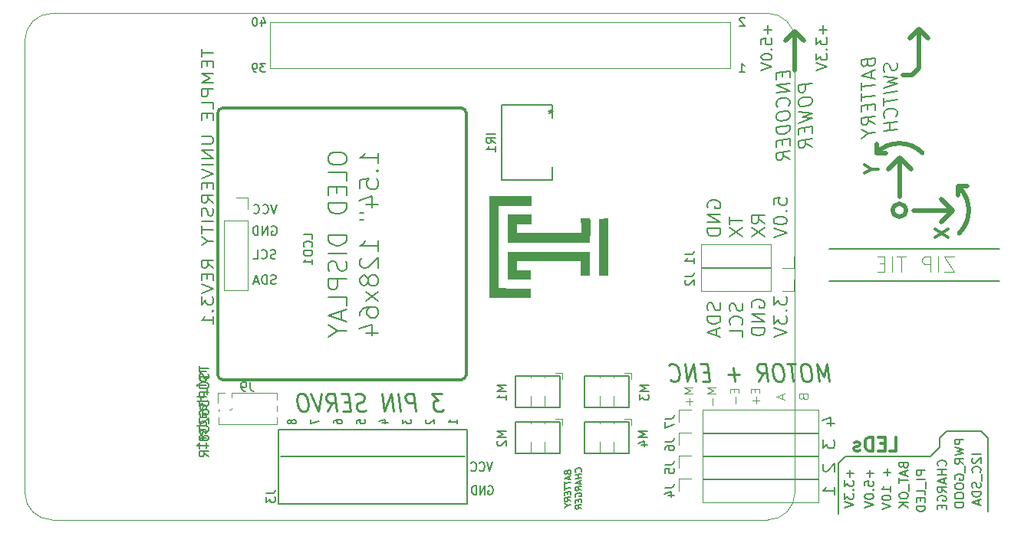
<source format=gbr>
G04 #@! TF.GenerationSoftware,KiCad,Pcbnew,(5.0.0)*
G04 #@! TF.CreationDate,2020-08-12T20:03:18-04:00*
G04 #@! TF.ProjectId,Temple_RPi_HAT,54656D706C655F5250695F4841542E6B,rev?*
G04 #@! TF.SameCoordinates,Original*
G04 #@! TF.FileFunction,Legend,Bot*
G04 #@! TF.FilePolarity,Positive*
%FSLAX46Y46*%
G04 Gerber Fmt 4.6, Leading zero omitted, Abs format (unit mm)*
G04 Created by KiCad (PCBNEW (5.0.0)) date 08/12/20 20:03:18*
%MOMM*%
%LPD*%
G01*
G04 APERTURE LIST*
%ADD10C,0.500000*%
%ADD11C,0.300000*%
%ADD12C,0.200000*%
%ADD13C,0.180000*%
%ADD14C,0.100000*%
%ADD15C,0.150000*%
%ADD16C,0.250000*%
%ADD17C,0.120000*%
%ADD18C,0.152400*%
%ADD19C,0.127000*%
%ADD20C,0.010000*%
G04 APERTURE END LIST*
D10*
X145012000Y-139952000D02*
X146028000Y-139952000D01*
X145012000Y-139952000D02*
X145012000Y-138936000D01*
X145012001Y-139952001D02*
G75*
G02X150091999Y-139952001I2539999J-2539999D01*
G01*
X154067100Y-143647700D02*
X155083100Y-143647700D01*
X154067100Y-143647700D02*
X154067100Y-144663700D01*
X154155999Y-143762001D02*
G75*
G02X154155999Y-148841999I-2539999J-2539999D01*
G01*
D11*
X152945428Y-149342000D02*
X151445428Y-148342000D01*
X152945428Y-148342000D02*
X151445428Y-149342000D01*
X144468285Y-141730000D02*
X145182571Y-141730000D01*
X143682571Y-141230000D02*
X144468285Y-141730000D01*
X143682571Y-142230000D01*
D10*
X147552000Y-144778000D02*
X147552000Y-140460000D01*
X147552000Y-140460000D02*
X146282000Y-141730000D01*
X147552000Y-140460000D02*
X148822000Y-141730000D01*
X148270420Y-146302000D02*
G75*
G03X148270420Y-146302000I-718420J0D01*
G01*
X153394000Y-146302000D02*
X152124000Y-147572000D01*
X153394000Y-146302000D02*
X152124000Y-145032000D01*
X149076000Y-146302000D02*
X153394000Y-146302000D01*
X148949000Y-131316000D02*
X147933000Y-131316000D01*
X149711000Y-130554000D02*
X148949000Y-131316000D01*
X149711000Y-126236000D02*
X148695000Y-127252000D01*
X149711000Y-126236000D02*
X149711000Y-130554000D01*
X149711000Y-126236000D02*
X150727000Y-127252000D01*
D12*
X144060857Y-130056267D02*
X144132285Y-130261625D01*
X144203714Y-130324125D01*
X144346571Y-130377696D01*
X144560857Y-130350910D01*
X144703714Y-130261625D01*
X144775142Y-130181267D01*
X144846571Y-130029482D01*
X144846571Y-129458053D01*
X143346571Y-129645553D01*
X143346571Y-130145553D01*
X143418000Y-130279482D01*
X143489428Y-130341982D01*
X143632285Y-130395553D01*
X143775142Y-130377696D01*
X143918000Y-130288410D01*
X143989428Y-130208053D01*
X144060857Y-130056267D01*
X144060857Y-129556267D01*
X144418000Y-130940196D02*
X144418000Y-131654482D01*
X144846571Y-130743767D02*
X143346571Y-131431267D01*
X144846571Y-131743767D01*
X143346571Y-132216982D02*
X143346571Y-133074125D01*
X144846571Y-132458053D02*
X143346571Y-132645553D01*
X143346571Y-133359839D02*
X143346571Y-134216982D01*
X144846571Y-133600910D02*
X143346571Y-133788410D01*
X144060857Y-134627696D02*
X144060857Y-135127696D01*
X144846571Y-135243767D02*
X144846571Y-134529482D01*
X143346571Y-134716982D01*
X143346571Y-135431267D01*
X144846571Y-136743767D02*
X144132285Y-136333053D01*
X144846571Y-135886625D02*
X143346571Y-136074125D01*
X143346571Y-136645553D01*
X143418000Y-136779482D01*
X143489428Y-136841982D01*
X143632285Y-136895553D01*
X143846571Y-136868767D01*
X143989428Y-136779482D01*
X144060857Y-136699125D01*
X144132285Y-136547339D01*
X144132285Y-135975910D01*
X144132285Y-137761625D02*
X144846571Y-137672339D01*
X143346571Y-137359839D02*
X144132285Y-137761625D01*
X143346571Y-138359839D01*
X147225142Y-129966982D02*
X147296571Y-130172339D01*
X147296571Y-130529482D01*
X147225142Y-130681267D01*
X147153714Y-130761625D01*
X147010857Y-130850910D01*
X146868000Y-130868767D01*
X146725142Y-130815196D01*
X146653714Y-130752696D01*
X146582285Y-130618767D01*
X146510857Y-130341982D01*
X146439428Y-130208053D01*
X146368000Y-130145553D01*
X146225142Y-130091982D01*
X146082285Y-130109839D01*
X145939428Y-130199125D01*
X145868000Y-130279482D01*
X145796571Y-130431267D01*
X145796571Y-130788410D01*
X145868000Y-130993767D01*
X145796571Y-131502696D02*
X147296571Y-131672339D01*
X146225142Y-132091982D01*
X147296571Y-132243767D01*
X145796571Y-132788410D01*
X147296571Y-133172339D02*
X145796571Y-133359839D01*
X145796571Y-133859839D02*
X145796571Y-134716982D01*
X147296571Y-134100910D02*
X145796571Y-134288410D01*
X147153714Y-135904482D02*
X147225142Y-135824125D01*
X147296571Y-135600910D01*
X147296571Y-135458053D01*
X147225142Y-135252696D01*
X147082285Y-135127696D01*
X146939428Y-135074125D01*
X146653714Y-135038410D01*
X146439428Y-135065196D01*
X146153714Y-135172339D01*
X146010857Y-135261625D01*
X145868000Y-135422339D01*
X145796571Y-135645553D01*
X145796571Y-135788410D01*
X145868000Y-135993767D01*
X145939428Y-136056267D01*
X147296571Y-136529482D02*
X145796571Y-136716982D01*
X146510857Y-136627696D02*
X146510857Y-137484839D01*
X147296571Y-137386625D02*
X145796571Y-137574125D01*
D13*
X133032714Y-125868000D02*
X133032714Y-126782285D01*
X133489857Y-126325142D02*
X132575571Y-126325142D01*
X132289857Y-127925142D02*
X132289857Y-127353714D01*
X132861285Y-127296571D01*
X132804142Y-127353714D01*
X132747000Y-127468000D01*
X132747000Y-127753714D01*
X132804142Y-127868000D01*
X132861285Y-127925142D01*
X132975571Y-127982285D01*
X133261285Y-127982285D01*
X133375571Y-127925142D01*
X133432714Y-127868000D01*
X133489857Y-127753714D01*
X133489857Y-127468000D01*
X133432714Y-127353714D01*
X133375571Y-127296571D01*
X133375571Y-128496571D02*
X133432714Y-128553714D01*
X133489857Y-128496571D01*
X133432714Y-128439428D01*
X133375571Y-128496571D01*
X133489857Y-128496571D01*
X132289857Y-129296571D02*
X132289857Y-129410857D01*
X132347000Y-129525142D01*
X132404142Y-129582285D01*
X132518428Y-129639428D01*
X132747000Y-129696571D01*
X133032714Y-129696571D01*
X133261285Y-129639428D01*
X133375571Y-129582285D01*
X133432714Y-129525142D01*
X133489857Y-129410857D01*
X133489857Y-129296571D01*
X133432714Y-129182285D01*
X133375571Y-129125142D01*
X133261285Y-129068000D01*
X133032714Y-129010857D01*
X132747000Y-129010857D01*
X132518428Y-129068000D01*
X132404142Y-129125142D01*
X132347000Y-129182285D01*
X132289857Y-129296571D01*
X132289857Y-130039428D02*
X133489857Y-130439428D01*
X132289857Y-130839428D01*
X139128714Y-125868000D02*
X139128714Y-126782285D01*
X139585857Y-126325142D02*
X138671571Y-126325142D01*
X138385857Y-127239428D02*
X138385857Y-127982285D01*
X138843000Y-127582285D01*
X138843000Y-127753714D01*
X138900142Y-127868000D01*
X138957285Y-127925142D01*
X139071571Y-127982285D01*
X139357285Y-127982285D01*
X139471571Y-127925142D01*
X139528714Y-127868000D01*
X139585857Y-127753714D01*
X139585857Y-127410857D01*
X139528714Y-127296571D01*
X139471571Y-127239428D01*
X139471571Y-128496571D02*
X139528714Y-128553714D01*
X139585857Y-128496571D01*
X139528714Y-128439428D01*
X139471571Y-128496571D01*
X139585857Y-128496571D01*
X138385857Y-128953714D02*
X138385857Y-129696571D01*
X138843000Y-129296571D01*
X138843000Y-129468000D01*
X138900142Y-129582285D01*
X138957285Y-129639428D01*
X139071571Y-129696571D01*
X139357285Y-129696571D01*
X139471571Y-129639428D01*
X139528714Y-129582285D01*
X139585857Y-129468000D01*
X139585857Y-129125142D01*
X139528714Y-129010857D01*
X139471571Y-128953714D01*
X138385857Y-130039428D02*
X139585857Y-130439428D01*
X138385857Y-130839428D01*
D12*
X134662857Y-131016839D02*
X134662857Y-131516839D01*
X135448571Y-131632910D02*
X135448571Y-130918625D01*
X133948571Y-131106125D01*
X133948571Y-131820410D01*
X135448571Y-132275767D02*
X133948571Y-132463267D01*
X135448571Y-133132910D01*
X133948571Y-133320410D01*
X135305714Y-134722196D02*
X135377142Y-134641839D01*
X135448571Y-134418625D01*
X135448571Y-134275767D01*
X135377142Y-134070410D01*
X135234285Y-133945410D01*
X135091428Y-133891839D01*
X134805714Y-133856125D01*
X134591428Y-133882910D01*
X134305714Y-133990053D01*
X134162857Y-134079339D01*
X134020000Y-134240053D01*
X133948571Y-134463267D01*
X133948571Y-134606125D01*
X134020000Y-134811482D01*
X134091428Y-134873982D01*
X133948571Y-135820410D02*
X133948571Y-136106125D01*
X134020000Y-136240053D01*
X134162857Y-136365053D01*
X134448571Y-136400767D01*
X134948571Y-136338267D01*
X135234285Y-136231125D01*
X135377142Y-136070410D01*
X135448571Y-135918625D01*
X135448571Y-135632910D01*
X135377142Y-135498982D01*
X135234285Y-135373982D01*
X134948571Y-135338267D01*
X134448571Y-135400767D01*
X134162857Y-135507910D01*
X134020000Y-135668625D01*
X133948571Y-135820410D01*
X135448571Y-136918625D02*
X133948571Y-137106125D01*
X133948571Y-137463267D01*
X134020000Y-137668625D01*
X134162857Y-137793625D01*
X134305714Y-137847196D01*
X134591428Y-137882910D01*
X134805714Y-137856125D01*
X135091428Y-137748982D01*
X135234285Y-137659696D01*
X135377142Y-137498982D01*
X135448571Y-137275767D01*
X135448571Y-136918625D01*
X134662857Y-138516839D02*
X134662857Y-139016839D01*
X135448571Y-139132910D02*
X135448571Y-138418625D01*
X133948571Y-138606125D01*
X133948571Y-139320410D01*
X135448571Y-140632910D02*
X134734285Y-140222196D01*
X135448571Y-139775767D02*
X133948571Y-139963267D01*
X133948571Y-140534696D01*
X134020000Y-140668625D01*
X134091428Y-140731125D01*
X134234285Y-140784696D01*
X134448571Y-140757910D01*
X134591428Y-140668625D01*
X134662857Y-140588267D01*
X134734285Y-140436482D01*
X134734285Y-139865053D01*
X137898571Y-132275767D02*
X136398571Y-132463267D01*
X136398571Y-133034696D01*
X136470000Y-133168625D01*
X136541428Y-133231125D01*
X136684285Y-133284696D01*
X136898571Y-133257910D01*
X137041428Y-133168625D01*
X137112857Y-133088267D01*
X137184285Y-132936482D01*
X137184285Y-132365053D01*
X136398571Y-134248982D02*
X136398571Y-134534696D01*
X136470000Y-134668625D01*
X136612857Y-134793625D01*
X136898571Y-134829339D01*
X137398571Y-134766839D01*
X137684285Y-134659696D01*
X137827142Y-134498982D01*
X137898571Y-134347196D01*
X137898571Y-134061482D01*
X137827142Y-133927553D01*
X137684285Y-133802553D01*
X137398571Y-133766839D01*
X136898571Y-133829339D01*
X136612857Y-133936482D01*
X136470000Y-134097196D01*
X136398571Y-134248982D01*
X136398571Y-135391839D02*
X137898571Y-135561482D01*
X136827142Y-135981125D01*
X137898571Y-136132910D01*
X136398571Y-136677553D01*
X137112857Y-137159696D02*
X137112857Y-137659696D01*
X137898571Y-137775767D02*
X137898571Y-137061482D01*
X136398571Y-137248982D01*
X136398571Y-137963267D01*
X137898571Y-139275767D02*
X137184285Y-138865053D01*
X137898571Y-138418625D02*
X136398571Y-138606125D01*
X136398571Y-139177553D01*
X136470000Y-139311482D01*
X136541428Y-139373982D01*
X136684285Y-139427553D01*
X136898571Y-139400767D01*
X137041428Y-139311482D01*
X137112857Y-139231125D01*
X137184285Y-139079339D01*
X137184285Y-138507910D01*
D10*
X135995000Y-126490000D02*
X137011000Y-127506000D01*
X135995000Y-126490000D02*
X134979000Y-127506000D01*
X135995000Y-126490000D02*
X135995000Y-130808000D01*
D11*
X146456428Y-172888571D02*
X147170714Y-172888571D01*
X147170714Y-171388571D01*
X145956428Y-172102857D02*
X145456428Y-172102857D01*
X145242142Y-172888571D02*
X145956428Y-172888571D01*
X145956428Y-171388571D01*
X145242142Y-171388571D01*
X144599285Y-172888571D02*
X144599285Y-171388571D01*
X144242142Y-171388571D01*
X144027857Y-171460000D01*
X143885000Y-171602857D01*
X143813571Y-171745714D01*
X143742142Y-172031428D01*
X143742142Y-172245714D01*
X143813571Y-172531428D01*
X143885000Y-172674285D01*
X144027857Y-172817142D01*
X144242142Y-172888571D01*
X144599285Y-172888571D01*
X143170714Y-172817142D02*
X143027857Y-172888571D01*
X142742142Y-172888571D01*
X142599285Y-172817142D01*
X142527857Y-172674285D01*
X142527857Y-172602857D01*
X142599285Y-172460000D01*
X142742142Y-172388571D01*
X142956428Y-172388571D01*
X143099285Y-172317142D01*
X143170714Y-172174285D01*
X143170714Y-172102857D01*
X143099285Y-171960000D01*
X142956428Y-171888571D01*
X142742142Y-171888571D01*
X142599285Y-171960000D01*
D12*
X157331000Y-171956000D02*
X157331000Y-179576000D01*
X157331000Y-171448000D02*
X157331000Y-171956000D01*
X156569000Y-170686000D02*
X157331000Y-171448000D01*
X152759000Y-170686000D02*
X156569000Y-170686000D01*
X151997000Y-171448000D02*
X152759000Y-170686000D01*
X151997000Y-172464000D02*
X151997000Y-171448000D01*
X150981000Y-173480000D02*
X151997000Y-172464000D01*
X141583000Y-173480000D02*
X150981000Y-173480000D01*
X140821000Y-174242000D02*
X141583000Y-173480000D01*
X140821000Y-179830000D02*
X140821000Y-174242000D01*
X156564180Y-173258095D02*
X155564180Y-173258095D01*
X155659419Y-173686666D02*
X155611800Y-173734285D01*
X155564180Y-173829523D01*
X155564180Y-174067619D01*
X155611800Y-174162857D01*
X155659419Y-174210476D01*
X155754657Y-174258095D01*
X155849895Y-174258095D01*
X155992752Y-174210476D01*
X156564180Y-173639047D01*
X156564180Y-174258095D01*
X156468942Y-175258095D02*
X156516561Y-175210476D01*
X156564180Y-175067619D01*
X156564180Y-174972380D01*
X156516561Y-174829523D01*
X156421323Y-174734285D01*
X156326085Y-174686666D01*
X156135609Y-174639047D01*
X155992752Y-174639047D01*
X155802276Y-174686666D01*
X155707038Y-174734285D01*
X155611800Y-174829523D01*
X155564180Y-174972380D01*
X155564180Y-175067619D01*
X155611800Y-175210476D01*
X155659419Y-175258095D01*
X156659419Y-175448571D02*
X156659419Y-176210476D01*
X156516561Y-176400952D02*
X156564180Y-176543809D01*
X156564180Y-176781904D01*
X156516561Y-176877142D01*
X156468942Y-176924761D01*
X156373704Y-176972380D01*
X156278466Y-176972380D01*
X156183228Y-176924761D01*
X156135609Y-176877142D01*
X156087990Y-176781904D01*
X156040371Y-176591428D01*
X155992752Y-176496190D01*
X155945133Y-176448571D01*
X155849895Y-176400952D01*
X155754657Y-176400952D01*
X155659419Y-176448571D01*
X155611800Y-176496190D01*
X155564180Y-176591428D01*
X155564180Y-176829523D01*
X155611800Y-176972380D01*
X156564180Y-177400952D02*
X155564180Y-177400952D01*
X155564180Y-177639047D01*
X155611800Y-177781904D01*
X155707038Y-177877142D01*
X155802276Y-177924761D01*
X155992752Y-177972380D01*
X156135609Y-177972380D01*
X156326085Y-177924761D01*
X156421323Y-177877142D01*
X156516561Y-177781904D01*
X156564180Y-177639047D01*
X156564180Y-177400952D01*
X156278466Y-178353333D02*
X156278466Y-178829523D01*
X156564180Y-178258095D02*
X155564180Y-178591428D01*
X156564180Y-178924761D01*
X154659180Y-171623095D02*
X153659180Y-171623095D01*
X153659180Y-172004047D01*
X153706800Y-172099285D01*
X153754419Y-172146904D01*
X153849657Y-172194523D01*
X153992514Y-172194523D01*
X154087752Y-172146904D01*
X154135371Y-172099285D01*
X154182990Y-172004047D01*
X154182990Y-171623095D01*
X153659180Y-172527857D02*
X154659180Y-172765952D01*
X153944895Y-172956428D01*
X154659180Y-173146904D01*
X153659180Y-173385000D01*
X154659180Y-174337380D02*
X154182990Y-174004047D01*
X154659180Y-173765952D02*
X153659180Y-173765952D01*
X153659180Y-174146904D01*
X153706800Y-174242142D01*
X153754419Y-174289761D01*
X153849657Y-174337380D01*
X153992514Y-174337380D01*
X154087752Y-174289761D01*
X154135371Y-174242142D01*
X154182990Y-174146904D01*
X154182990Y-173765952D01*
X154754419Y-174527857D02*
X154754419Y-175289761D01*
X153706800Y-176051666D02*
X153659180Y-175956428D01*
X153659180Y-175813571D01*
X153706800Y-175670714D01*
X153802038Y-175575476D01*
X153897276Y-175527857D01*
X154087752Y-175480238D01*
X154230609Y-175480238D01*
X154421085Y-175527857D01*
X154516323Y-175575476D01*
X154611561Y-175670714D01*
X154659180Y-175813571D01*
X154659180Y-175908809D01*
X154611561Y-176051666D01*
X154563942Y-176099285D01*
X154230609Y-176099285D01*
X154230609Y-175908809D01*
X153659180Y-176718333D02*
X153659180Y-176908809D01*
X153706800Y-177004047D01*
X153802038Y-177099285D01*
X153992514Y-177146904D01*
X154325847Y-177146904D01*
X154516323Y-177099285D01*
X154611561Y-177004047D01*
X154659180Y-176908809D01*
X154659180Y-176718333D01*
X154611561Y-176623095D01*
X154516323Y-176527857D01*
X154325847Y-176480238D01*
X153992514Y-176480238D01*
X153802038Y-176527857D01*
X153706800Y-176623095D01*
X153659180Y-176718333D01*
X153659180Y-177765952D02*
X153659180Y-177956428D01*
X153706800Y-178051666D01*
X153802038Y-178146904D01*
X153992514Y-178194523D01*
X154325847Y-178194523D01*
X154516323Y-178146904D01*
X154611561Y-178051666D01*
X154659180Y-177956428D01*
X154659180Y-177765952D01*
X154611561Y-177670714D01*
X154516323Y-177575476D01*
X154325847Y-177527857D01*
X153992514Y-177527857D01*
X153802038Y-177575476D01*
X153706800Y-177670714D01*
X153659180Y-177765952D01*
X154659180Y-178623095D02*
X153659180Y-178623095D01*
X153659180Y-178861190D01*
X153706800Y-179004047D01*
X153802038Y-179099285D01*
X153897276Y-179146904D01*
X154087752Y-179194523D01*
X154230609Y-179194523D01*
X154421085Y-179146904D01*
X154516323Y-179099285D01*
X154611561Y-179004047D01*
X154659180Y-178861190D01*
X154659180Y-178623095D01*
X150417380Y-175051904D02*
X149417380Y-175051904D01*
X149417380Y-175432857D01*
X149465000Y-175528095D01*
X149512619Y-175575714D01*
X149607857Y-175623333D01*
X149750714Y-175623333D01*
X149845952Y-175575714D01*
X149893571Y-175528095D01*
X149941190Y-175432857D01*
X149941190Y-175051904D01*
X150417380Y-176051904D02*
X149417380Y-176051904D01*
X150512619Y-176290000D02*
X150512619Y-177051904D01*
X150417380Y-177766190D02*
X150417380Y-177290000D01*
X149417380Y-177290000D01*
X149893571Y-178099523D02*
X149893571Y-178432857D01*
X150417380Y-178575714D02*
X150417380Y-178099523D01*
X149417380Y-178099523D01*
X149417380Y-178575714D01*
X150417380Y-179004285D02*
X149417380Y-179004285D01*
X149417380Y-179242380D01*
X149465000Y-179385238D01*
X149560238Y-179480476D01*
X149655476Y-179528095D01*
X149845952Y-179575714D01*
X149988809Y-179575714D01*
X150179285Y-179528095D01*
X150274523Y-179480476D01*
X150369761Y-179385238D01*
X150417380Y-179242380D01*
X150417380Y-179004285D01*
X147988571Y-174512142D02*
X148036190Y-174655000D01*
X148083809Y-174702619D01*
X148179047Y-174750238D01*
X148321904Y-174750238D01*
X148417142Y-174702619D01*
X148464761Y-174655000D01*
X148512380Y-174559761D01*
X148512380Y-174178809D01*
X147512380Y-174178809D01*
X147512380Y-174512142D01*
X147560000Y-174607380D01*
X147607619Y-174655000D01*
X147702857Y-174702619D01*
X147798095Y-174702619D01*
X147893333Y-174655000D01*
X147940952Y-174607380D01*
X147988571Y-174512142D01*
X147988571Y-174178809D01*
X148226666Y-175131190D02*
X148226666Y-175607380D01*
X148512380Y-175035952D02*
X147512380Y-175369285D01*
X148512380Y-175702619D01*
X147512380Y-175893095D02*
X147512380Y-176464523D01*
X148512380Y-176178809D02*
X147512380Y-176178809D01*
X148607619Y-176559761D02*
X148607619Y-177321666D01*
X147512380Y-177750238D02*
X147512380Y-177940714D01*
X147560000Y-178035952D01*
X147655238Y-178131190D01*
X147845714Y-178178809D01*
X148179047Y-178178809D01*
X148369523Y-178131190D01*
X148464761Y-178035952D01*
X148512380Y-177940714D01*
X148512380Y-177750238D01*
X148464761Y-177655000D01*
X148369523Y-177559761D01*
X148179047Y-177512142D01*
X147845714Y-177512142D01*
X147655238Y-177559761D01*
X147560000Y-177655000D01*
X147512380Y-177750238D01*
X148512380Y-178607380D02*
X147512380Y-178607380D01*
X148512380Y-179178809D02*
X147940952Y-178750238D01*
X147512380Y-179178809D02*
X148083809Y-178607380D01*
X152658942Y-174559761D02*
X152706561Y-174512142D01*
X152754180Y-174369285D01*
X152754180Y-174274047D01*
X152706561Y-174131190D01*
X152611323Y-174035952D01*
X152516085Y-173988333D01*
X152325609Y-173940714D01*
X152182752Y-173940714D01*
X151992276Y-173988333D01*
X151897038Y-174035952D01*
X151801800Y-174131190D01*
X151754180Y-174274047D01*
X151754180Y-174369285D01*
X151801800Y-174512142D01*
X151849419Y-174559761D01*
X152754180Y-174988333D02*
X151754180Y-174988333D01*
X152230371Y-174988333D02*
X152230371Y-175559761D01*
X152754180Y-175559761D02*
X151754180Y-175559761D01*
X152468466Y-175988333D02*
X152468466Y-176464523D01*
X152754180Y-175893095D02*
X151754180Y-176226428D01*
X152754180Y-176559761D01*
X152754180Y-177464523D02*
X152277990Y-177131190D01*
X152754180Y-176893095D02*
X151754180Y-176893095D01*
X151754180Y-177274047D01*
X151801800Y-177369285D01*
X151849419Y-177416904D01*
X151944657Y-177464523D01*
X152087514Y-177464523D01*
X152182752Y-177416904D01*
X152230371Y-177369285D01*
X152277990Y-177274047D01*
X152277990Y-176893095D01*
X151801800Y-178416904D02*
X151754180Y-178321666D01*
X151754180Y-178178809D01*
X151801800Y-178035952D01*
X151897038Y-177940714D01*
X151992276Y-177893095D01*
X152182752Y-177845476D01*
X152325609Y-177845476D01*
X152516085Y-177893095D01*
X152611323Y-177940714D01*
X152706561Y-178035952D01*
X152754180Y-178178809D01*
X152754180Y-178274047D01*
X152706561Y-178416904D01*
X152658942Y-178464523D01*
X152325609Y-178464523D01*
X152325609Y-178274047D01*
X152230371Y-178893095D02*
X152230371Y-179226428D01*
X152754180Y-179369285D02*
X152754180Y-178893095D01*
X151754180Y-178893095D01*
X151754180Y-179369285D01*
X146226428Y-174893142D02*
X146226428Y-175655047D01*
X146607380Y-175274095D02*
X145845476Y-175274095D01*
X146607380Y-177416952D02*
X146607380Y-176845523D01*
X146607380Y-177131238D02*
X145607380Y-177131238D01*
X145750238Y-177036000D01*
X145845476Y-176940761D01*
X145893095Y-176845523D01*
X145607380Y-178036000D02*
X145607380Y-178131238D01*
X145655000Y-178226476D01*
X145702619Y-178274095D01*
X145797857Y-178321714D01*
X145988333Y-178369333D01*
X146226428Y-178369333D01*
X146416904Y-178321714D01*
X146512142Y-178274095D01*
X146559761Y-178226476D01*
X146607380Y-178131238D01*
X146607380Y-178036000D01*
X146559761Y-177940761D01*
X146512142Y-177893142D01*
X146416904Y-177845523D01*
X146226428Y-177797904D01*
X145988333Y-177797904D01*
X145797857Y-177845523D01*
X145702619Y-177893142D01*
X145655000Y-177940761D01*
X145607380Y-178036000D01*
X145607380Y-178655047D02*
X146607380Y-178988380D01*
X145607380Y-179321714D01*
X144321428Y-175036000D02*
X144321428Y-175797904D01*
X144702380Y-175416952D02*
X143940476Y-175416952D01*
X143702380Y-176750285D02*
X143702380Y-176274095D01*
X144178571Y-176226476D01*
X144130952Y-176274095D01*
X144083333Y-176369333D01*
X144083333Y-176607428D01*
X144130952Y-176702666D01*
X144178571Y-176750285D01*
X144273809Y-176797904D01*
X144511904Y-176797904D01*
X144607142Y-176750285D01*
X144654761Y-176702666D01*
X144702380Y-176607428D01*
X144702380Y-176369333D01*
X144654761Y-176274095D01*
X144607142Y-176226476D01*
X144607142Y-177226476D02*
X144654761Y-177274095D01*
X144702380Y-177226476D01*
X144654761Y-177178857D01*
X144607142Y-177226476D01*
X144702380Y-177226476D01*
X143702380Y-177893142D02*
X143702380Y-177988380D01*
X143750000Y-178083619D01*
X143797619Y-178131238D01*
X143892857Y-178178857D01*
X144083333Y-178226476D01*
X144321428Y-178226476D01*
X144511904Y-178178857D01*
X144607142Y-178131238D01*
X144654761Y-178083619D01*
X144702380Y-177988380D01*
X144702380Y-177893142D01*
X144654761Y-177797904D01*
X144607142Y-177750285D01*
X144511904Y-177702666D01*
X144321428Y-177655047D01*
X144083333Y-177655047D01*
X143892857Y-177702666D01*
X143797619Y-177750285D01*
X143750000Y-177797904D01*
X143702380Y-177893142D01*
X143702380Y-178512190D02*
X144702380Y-178845523D01*
X143702380Y-179178857D01*
X142111428Y-175036000D02*
X142111428Y-175797904D01*
X142492380Y-175416952D02*
X141730476Y-175416952D01*
X141492380Y-176178857D02*
X141492380Y-176797904D01*
X141873333Y-176464571D01*
X141873333Y-176607428D01*
X141920952Y-176702666D01*
X141968571Y-176750285D01*
X142063809Y-176797904D01*
X142301904Y-176797904D01*
X142397142Y-176750285D01*
X142444761Y-176702666D01*
X142492380Y-176607428D01*
X142492380Y-176321714D01*
X142444761Y-176226476D01*
X142397142Y-176178857D01*
X142397142Y-177226476D02*
X142444761Y-177274095D01*
X142492380Y-177226476D01*
X142444761Y-177178857D01*
X142397142Y-177226476D01*
X142492380Y-177226476D01*
X141492380Y-177607428D02*
X141492380Y-178226476D01*
X141873333Y-177893142D01*
X141873333Y-178036000D01*
X141920952Y-178131238D01*
X141968571Y-178178857D01*
X142063809Y-178226476D01*
X142301904Y-178226476D01*
X142397142Y-178178857D01*
X142444761Y-178131238D01*
X142492380Y-178036000D01*
X142492380Y-177750285D01*
X142444761Y-177655047D01*
X142397142Y-177607428D01*
X141492380Y-178512190D02*
X142492380Y-178845523D01*
X141492380Y-179178857D01*
D14*
X153605476Y-151405047D02*
X152472142Y-151405047D01*
X153605476Y-153105047D01*
X152472142Y-153105047D01*
X151824523Y-153105047D02*
X151824523Y-151405047D01*
X151015000Y-153105047D02*
X151015000Y-151405047D01*
X150367380Y-151405047D01*
X150205476Y-151486000D01*
X150124523Y-151566952D01*
X150043571Y-151728857D01*
X150043571Y-151971714D01*
X150124523Y-152133619D01*
X150205476Y-152214571D01*
X150367380Y-152295523D01*
X151015000Y-152295523D01*
X148262619Y-151405047D02*
X147291190Y-151405047D01*
X147776904Y-153105047D02*
X147776904Y-151405047D01*
X146724523Y-153105047D02*
X146724523Y-151405047D01*
X145915000Y-152214571D02*
X145348333Y-152214571D01*
X145105476Y-153105047D02*
X145915000Y-153105047D01*
X145915000Y-151405047D01*
X145105476Y-151405047D01*
D15*
X110915000Y-175302187D02*
X110948333Y-175398020D01*
X110981666Y-175427187D01*
X111048333Y-175452187D01*
X111148333Y-175439687D01*
X111215000Y-175398020D01*
X111248333Y-175360520D01*
X111281666Y-175289687D01*
X111281666Y-175023020D01*
X110581666Y-175110520D01*
X110581666Y-175343854D01*
X110615000Y-175406354D01*
X110648333Y-175435520D01*
X110715000Y-175460520D01*
X110781666Y-175452187D01*
X110848333Y-175410520D01*
X110881666Y-175373020D01*
X110915000Y-175302187D01*
X110915000Y-175068854D01*
X111081666Y-175714687D02*
X111081666Y-176048020D01*
X111281666Y-175623020D02*
X110581666Y-175943854D01*
X111281666Y-176089687D01*
X110581666Y-176310520D02*
X110581666Y-176710520D01*
X111281666Y-176423020D02*
X110581666Y-176510520D01*
X110581666Y-176843854D02*
X110581666Y-177243854D01*
X111281666Y-176956354D02*
X110581666Y-177043854D01*
X110915000Y-177435520D02*
X110915000Y-177668854D01*
X111281666Y-177723020D02*
X111281666Y-177389687D01*
X110581666Y-177477187D01*
X110581666Y-177810520D01*
X111281666Y-178423020D02*
X110948333Y-178231354D01*
X111281666Y-178023020D02*
X110581666Y-178110520D01*
X110581666Y-178377187D01*
X110615000Y-178439687D01*
X110648333Y-178468854D01*
X110715000Y-178493854D01*
X110815000Y-178481354D01*
X110881666Y-178439687D01*
X110915000Y-178402187D01*
X110948333Y-178331354D01*
X110948333Y-178064687D01*
X110948333Y-178898020D02*
X111281666Y-178856354D01*
X110581666Y-178710520D02*
X110948333Y-178898020D01*
X110581666Y-179177187D01*
X112415000Y-175198020D02*
X112448333Y-175160520D01*
X112481666Y-175056354D01*
X112481666Y-174989687D01*
X112448333Y-174893854D01*
X112381666Y-174835520D01*
X112315000Y-174810520D01*
X112181666Y-174793854D01*
X112081666Y-174806354D01*
X111948333Y-174856354D01*
X111881666Y-174898020D01*
X111815000Y-174973020D01*
X111781666Y-175077187D01*
X111781666Y-175143854D01*
X111815000Y-175239687D01*
X111848333Y-175268854D01*
X112481666Y-175489687D02*
X111781666Y-175577187D01*
X112115000Y-175535520D02*
X112115000Y-175935520D01*
X112481666Y-175889687D02*
X111781666Y-175977187D01*
X112281666Y-176214687D02*
X112281666Y-176548020D01*
X112481666Y-176123020D02*
X111781666Y-176443854D01*
X112481666Y-176589687D01*
X112481666Y-177223020D02*
X112148333Y-177031354D01*
X112481666Y-176823020D02*
X111781666Y-176910520D01*
X111781666Y-177177187D01*
X111815000Y-177239687D01*
X111848333Y-177268854D01*
X111915000Y-177293854D01*
X112015000Y-177281354D01*
X112081666Y-177239687D01*
X112115000Y-177202187D01*
X112148333Y-177131354D01*
X112148333Y-176864687D01*
X111815000Y-177973020D02*
X111781666Y-177910520D01*
X111781666Y-177810520D01*
X111815000Y-177706354D01*
X111881666Y-177631354D01*
X111948333Y-177589687D01*
X112081666Y-177539687D01*
X112181666Y-177527187D01*
X112315000Y-177543854D01*
X112381666Y-177568854D01*
X112448333Y-177627187D01*
X112481666Y-177723020D01*
X112481666Y-177789687D01*
X112448333Y-177893854D01*
X112415000Y-177931354D01*
X112181666Y-177960520D01*
X112181666Y-177827187D01*
X112115000Y-178268854D02*
X112115000Y-178502187D01*
X112481666Y-178556354D02*
X112481666Y-178223020D01*
X111781666Y-178310520D01*
X111781666Y-178643854D01*
X112481666Y-179256354D02*
X112148333Y-179064687D01*
X112481666Y-178856354D02*
X111781666Y-178943854D01*
X111781666Y-179210520D01*
X111815000Y-179273020D01*
X111848333Y-179302187D01*
X111915000Y-179327187D01*
X112015000Y-179314687D01*
X112081666Y-179273020D01*
X112115000Y-179235520D01*
X112148333Y-179164687D01*
X112148333Y-178898020D01*
D14*
X136939571Y-166947428D02*
X136987190Y-167090285D01*
X137034809Y-167137904D01*
X137130047Y-167185523D01*
X137272904Y-167185523D01*
X137368142Y-167137904D01*
X137415761Y-167090285D01*
X137463380Y-166995047D01*
X137463380Y-166614095D01*
X136463380Y-166614095D01*
X136463380Y-166947428D01*
X136511000Y-167042666D01*
X136558619Y-167090285D01*
X136653857Y-167137904D01*
X136749095Y-167137904D01*
X136844333Y-167090285D01*
X136891952Y-167042666D01*
X136939571Y-166947428D01*
X136939571Y-166614095D01*
X134637666Y-166637904D02*
X134637666Y-167114095D01*
X134923380Y-166542666D02*
X133923380Y-166876000D01*
X134923380Y-167209333D01*
X131605571Y-166042666D02*
X131605571Y-166376000D01*
X132129380Y-166518857D02*
X132129380Y-166042666D01*
X131129380Y-166042666D01*
X131129380Y-166518857D01*
X131748428Y-166947428D02*
X131748428Y-167709333D01*
X132129380Y-167328380D02*
X131367476Y-167328380D01*
X129319571Y-166042666D02*
X129319571Y-166376000D01*
X129843380Y-166518857D02*
X129843380Y-166042666D01*
X128843380Y-166042666D01*
X128843380Y-166518857D01*
X129462428Y-166947428D02*
X129462428Y-167709333D01*
X127303380Y-165923619D02*
X126303380Y-165923619D01*
X127017666Y-166256952D01*
X126303380Y-166590285D01*
X127303380Y-166590285D01*
X126922428Y-167066476D02*
X126922428Y-167828380D01*
X124763380Y-165923619D02*
X123763380Y-165923619D01*
X124477666Y-166256952D01*
X123763380Y-166590285D01*
X124763380Y-166590285D01*
X124382428Y-167066476D02*
X124382428Y-167828380D01*
X124763380Y-167447428D02*
X124001476Y-167447428D01*
D16*
X139813288Y-165240761D02*
X139563288Y-163240761D01*
X139175193Y-164669333D01*
X138429955Y-163240761D01*
X138679955Y-165240761D01*
X137296622Y-163240761D02*
X136972812Y-163240761D01*
X136822812Y-163336000D01*
X136684717Y-163526476D01*
X136651383Y-163907428D01*
X136734717Y-164574095D01*
X136863288Y-164955047D01*
X137049002Y-165145523D01*
X137222812Y-165240761D01*
X137546622Y-165240761D01*
X137696622Y-165145523D01*
X137834717Y-164955047D01*
X137868050Y-164574095D01*
X137784717Y-163907428D01*
X137656145Y-163526476D01*
X137470431Y-163336000D01*
X137296622Y-163240761D01*
X136082336Y-163240761D02*
X135110907Y-163240761D01*
X135846622Y-165240761D02*
X135596622Y-163240761D01*
X134220431Y-163240761D02*
X133896622Y-163240761D01*
X133746622Y-163336000D01*
X133608526Y-163526476D01*
X133575193Y-163907428D01*
X133658526Y-164574095D01*
X133787098Y-164955047D01*
X133972812Y-165145523D01*
X134146622Y-165240761D01*
X134470431Y-165240761D01*
X134620431Y-165145523D01*
X134758526Y-164955047D01*
X134791860Y-164574095D01*
X134708526Y-163907428D01*
X134579955Y-163526476D01*
X134394241Y-163336000D01*
X134220431Y-163240761D01*
X132041860Y-165240761D02*
X132489479Y-164288380D01*
X133013288Y-165240761D02*
X132763288Y-163240761D01*
X132115669Y-163240761D01*
X131965669Y-163336000D01*
X131896622Y-163431238D01*
X131839479Y-163621714D01*
X131875193Y-163907428D01*
X131979955Y-164097904D01*
X132072812Y-164193142D01*
X132246622Y-164288380D01*
X132894241Y-164288380D01*
X129922812Y-164478857D02*
X128627574Y-164478857D01*
X129370431Y-165240761D02*
X129179955Y-163716952D01*
X126487098Y-164193142D02*
X125920431Y-164193142D01*
X125808526Y-165240761D02*
X126618050Y-165240761D01*
X126368050Y-163240761D01*
X125558526Y-163240761D01*
X125079955Y-165240761D02*
X124829955Y-163240761D01*
X124108526Y-165240761D01*
X123858526Y-163240761D01*
X122303764Y-165050285D02*
X122396622Y-165145523D01*
X122651383Y-165240761D01*
X122813288Y-165240761D01*
X123044241Y-165145523D01*
X123182336Y-164955047D01*
X123239479Y-164764571D01*
X123272812Y-164383619D01*
X123237098Y-164097904D01*
X123108526Y-163716952D01*
X123003764Y-163526476D01*
X122818050Y-163336000D01*
X122563288Y-163240761D01*
X122401383Y-163240761D01*
X122170431Y-163336000D01*
X122101383Y-163431238D01*
D12*
X139526428Y-169908571D02*
X140393095Y-169908571D01*
X139031190Y-169551428D02*
X139959761Y-169194285D01*
X139959761Y-170122857D01*
X139093095Y-171694285D02*
X139093095Y-172622857D01*
X139588333Y-172122857D01*
X139588333Y-172337142D01*
X139650238Y-172480000D01*
X139712142Y-172551428D01*
X139835952Y-172622857D01*
X140145476Y-172622857D01*
X140269285Y-172551428D01*
X140331190Y-172480000D01*
X140393095Y-172337142D01*
X140393095Y-171908571D01*
X140331190Y-171765714D01*
X140269285Y-171694285D01*
X139216904Y-174337142D02*
X139155000Y-174408571D01*
X139093095Y-174551428D01*
X139093095Y-174908571D01*
X139155000Y-175051428D01*
X139216904Y-175122857D01*
X139340714Y-175194285D01*
X139464523Y-175194285D01*
X139650238Y-175122857D01*
X140393095Y-174265714D01*
X140393095Y-175194285D01*
X140393095Y-177765714D02*
X140393095Y-176908571D01*
X140393095Y-177337142D02*
X139093095Y-177337142D01*
X139278809Y-177194285D01*
X139402619Y-177051428D01*
X139464523Y-176908571D01*
D16*
X97005669Y-166542761D02*
X95953288Y-166542761D01*
X96615193Y-167304666D01*
X96372336Y-167304666D01*
X96222336Y-167399904D01*
X96153288Y-167495142D01*
X96096145Y-167685619D01*
X96155669Y-168161809D01*
X96260431Y-168352285D01*
X96353288Y-168447523D01*
X96527098Y-168542761D01*
X97012812Y-168542761D01*
X97162812Y-168447523D01*
X97231860Y-168352285D01*
X94179479Y-168542761D02*
X93929479Y-166542761D01*
X93281860Y-166542761D01*
X93131860Y-166638000D01*
X93062812Y-166733238D01*
X93005669Y-166923714D01*
X93041383Y-167209428D01*
X93146145Y-167399904D01*
X93239002Y-167495142D01*
X93412812Y-167590380D01*
X94060431Y-167590380D01*
X92479479Y-168542761D02*
X92229479Y-166542761D01*
X91669955Y-168542761D02*
X91419955Y-166542761D01*
X90698526Y-168542761D01*
X90448526Y-166542761D01*
X88662812Y-168447523D02*
X88431860Y-168542761D01*
X88027098Y-168542761D01*
X87853288Y-168447523D01*
X87760431Y-168352285D01*
X87655669Y-168161809D01*
X87631860Y-167971333D01*
X87689002Y-167780857D01*
X87758050Y-167685619D01*
X87908050Y-167590380D01*
X88219955Y-167495142D01*
X88369955Y-167399904D01*
X88439002Y-167304666D01*
X88496145Y-167114190D01*
X88472336Y-166923714D01*
X88367574Y-166733238D01*
X88274717Y-166638000D01*
X88100907Y-166542761D01*
X87696145Y-166542761D01*
X87465193Y-166638000D01*
X86843764Y-167495142D02*
X86277098Y-167495142D01*
X86165193Y-168542761D02*
X86974717Y-168542761D01*
X86724717Y-166542761D01*
X85915193Y-166542761D01*
X84465193Y-168542761D02*
X84912812Y-167590380D01*
X85436622Y-168542761D02*
X85186622Y-166542761D01*
X84539002Y-166542761D01*
X84389002Y-166638000D01*
X84319955Y-166733238D01*
X84262812Y-166923714D01*
X84298526Y-167209428D01*
X84403288Y-167399904D01*
X84496145Y-167495142D01*
X84669955Y-167590380D01*
X85317574Y-167590380D01*
X83729479Y-166542761D02*
X83412812Y-168542761D01*
X82596145Y-166542761D01*
X81705669Y-166542761D02*
X81381860Y-166542761D01*
X81231860Y-166638000D01*
X81093764Y-166828476D01*
X81060431Y-167209428D01*
X81143764Y-167876095D01*
X81272336Y-168257047D01*
X81458050Y-168447523D01*
X81631860Y-168542761D01*
X81955669Y-168542761D01*
X82105669Y-168447523D01*
X82243764Y-168257047D01*
X82277098Y-167876095D01*
X82193764Y-167209428D01*
X82065193Y-166828476D01*
X81879479Y-166638000D01*
X81705669Y-166542761D01*
D12*
X127747142Y-156521428D02*
X127818571Y-156735714D01*
X127818571Y-157092857D01*
X127747142Y-157235714D01*
X127675714Y-157307142D01*
X127532857Y-157378571D01*
X127390000Y-157378571D01*
X127247142Y-157307142D01*
X127175714Y-157235714D01*
X127104285Y-157092857D01*
X127032857Y-156807142D01*
X126961428Y-156664285D01*
X126890000Y-156592857D01*
X126747142Y-156521428D01*
X126604285Y-156521428D01*
X126461428Y-156592857D01*
X126390000Y-156664285D01*
X126318571Y-156807142D01*
X126318571Y-157164285D01*
X126390000Y-157378571D01*
X127818571Y-158021428D02*
X126318571Y-158021428D01*
X126318571Y-158378571D01*
X126390000Y-158592857D01*
X126532857Y-158735714D01*
X126675714Y-158807142D01*
X126961428Y-158878571D01*
X127175714Y-158878571D01*
X127461428Y-158807142D01*
X127604285Y-158735714D01*
X127747142Y-158592857D01*
X127818571Y-158378571D01*
X127818571Y-158021428D01*
X127390000Y-159450000D02*
X127390000Y-160164285D01*
X127818571Y-159307142D02*
X126318571Y-159807142D01*
X127818571Y-160307142D01*
X130197142Y-156592857D02*
X130268571Y-156807142D01*
X130268571Y-157164285D01*
X130197142Y-157307142D01*
X130125714Y-157378571D01*
X129982857Y-157450000D01*
X129840000Y-157450000D01*
X129697142Y-157378571D01*
X129625714Y-157307142D01*
X129554285Y-157164285D01*
X129482857Y-156878571D01*
X129411428Y-156735714D01*
X129340000Y-156664285D01*
X129197142Y-156592857D01*
X129054285Y-156592857D01*
X128911428Y-156664285D01*
X128840000Y-156735714D01*
X128768571Y-156878571D01*
X128768571Y-157235714D01*
X128840000Y-157450000D01*
X130125714Y-158950000D02*
X130197142Y-158878571D01*
X130268571Y-158664285D01*
X130268571Y-158521428D01*
X130197142Y-158307142D01*
X130054285Y-158164285D01*
X129911428Y-158092857D01*
X129625714Y-158021428D01*
X129411428Y-158021428D01*
X129125714Y-158092857D01*
X128982857Y-158164285D01*
X128840000Y-158307142D01*
X128768571Y-158521428D01*
X128768571Y-158664285D01*
X128840000Y-158878571D01*
X128911428Y-158950000D01*
X130268571Y-160307142D02*
X130268571Y-159592857D01*
X128768571Y-159592857D01*
X131290000Y-157021428D02*
X131218571Y-156878571D01*
X131218571Y-156664285D01*
X131290000Y-156450000D01*
X131432857Y-156307142D01*
X131575714Y-156235714D01*
X131861428Y-156164285D01*
X132075714Y-156164285D01*
X132361428Y-156235714D01*
X132504285Y-156307142D01*
X132647142Y-156450000D01*
X132718571Y-156664285D01*
X132718571Y-156807142D01*
X132647142Y-157021428D01*
X132575714Y-157092857D01*
X132075714Y-157092857D01*
X132075714Y-156807142D01*
X132718571Y-157735714D02*
X131218571Y-157735714D01*
X132718571Y-158592857D01*
X131218571Y-158592857D01*
X132718571Y-159307142D02*
X131218571Y-159307142D01*
X131218571Y-159664285D01*
X131290000Y-159878571D01*
X131432857Y-160021428D01*
X131575714Y-160092857D01*
X131861428Y-160164285D01*
X132075714Y-160164285D01*
X132361428Y-160092857D01*
X132504285Y-160021428D01*
X132647142Y-159878571D01*
X132718571Y-159664285D01*
X132718571Y-159307142D01*
X133668571Y-155807142D02*
X133668571Y-156735714D01*
X134240000Y-156235714D01*
X134240000Y-156450000D01*
X134311428Y-156592857D01*
X134382857Y-156664285D01*
X134525714Y-156735714D01*
X134882857Y-156735714D01*
X135025714Y-156664285D01*
X135097142Y-156592857D01*
X135168571Y-156450000D01*
X135168571Y-156021428D01*
X135097142Y-155878571D01*
X135025714Y-155807142D01*
X135025714Y-157378571D02*
X135097142Y-157450000D01*
X135168571Y-157378571D01*
X135097142Y-157307142D01*
X135025714Y-157378571D01*
X135168571Y-157378571D01*
X133668571Y-157950000D02*
X133668571Y-158878571D01*
X134240000Y-158378571D01*
X134240000Y-158592857D01*
X134311428Y-158735714D01*
X134382857Y-158807142D01*
X134525714Y-158878571D01*
X134882857Y-158878571D01*
X135025714Y-158807142D01*
X135097142Y-158735714D01*
X135168571Y-158592857D01*
X135168571Y-158164285D01*
X135097142Y-158021428D01*
X135025714Y-157950000D01*
X133668571Y-159307142D02*
X135168571Y-159807142D01*
X133668571Y-160307142D01*
X126390000Y-146021428D02*
X126318571Y-145878571D01*
X126318571Y-145664285D01*
X126390000Y-145450000D01*
X126532857Y-145307142D01*
X126675714Y-145235714D01*
X126961428Y-145164285D01*
X127175714Y-145164285D01*
X127461428Y-145235714D01*
X127604285Y-145307142D01*
X127747142Y-145450000D01*
X127818571Y-145664285D01*
X127818571Y-145807142D01*
X127747142Y-146021428D01*
X127675714Y-146092857D01*
X127175714Y-146092857D01*
X127175714Y-145807142D01*
X127818571Y-146735714D02*
X126318571Y-146735714D01*
X127818571Y-147592857D01*
X126318571Y-147592857D01*
X127818571Y-148307142D02*
X126318571Y-148307142D01*
X126318571Y-148664285D01*
X126390000Y-148878571D01*
X126532857Y-149021428D01*
X126675714Y-149092857D01*
X126961428Y-149164285D01*
X127175714Y-149164285D01*
X127461428Y-149092857D01*
X127604285Y-149021428D01*
X127747142Y-148878571D01*
X127818571Y-148664285D01*
X127818571Y-148307142D01*
X128768571Y-147021428D02*
X128768571Y-147878571D01*
X130268571Y-147450000D02*
X128768571Y-147450000D01*
X128768571Y-148235714D02*
X130268571Y-149235714D01*
X128768571Y-149235714D02*
X130268571Y-148235714D01*
X132718571Y-147735714D02*
X132004285Y-147235714D01*
X132718571Y-146878571D02*
X131218571Y-146878571D01*
X131218571Y-147450000D01*
X131290000Y-147592857D01*
X131361428Y-147664285D01*
X131504285Y-147735714D01*
X131718571Y-147735714D01*
X131861428Y-147664285D01*
X131932857Y-147592857D01*
X132004285Y-147450000D01*
X132004285Y-146878571D01*
X131218571Y-148235714D02*
X132718571Y-149235714D01*
X131218571Y-149235714D02*
X132718571Y-148235714D01*
X133668571Y-145664285D02*
X133668571Y-144950000D01*
X134382857Y-144878571D01*
X134311428Y-144950000D01*
X134240000Y-145092857D01*
X134240000Y-145450000D01*
X134311428Y-145592857D01*
X134382857Y-145664285D01*
X134525714Y-145735714D01*
X134882857Y-145735714D01*
X135025714Y-145664285D01*
X135097142Y-145592857D01*
X135168571Y-145450000D01*
X135168571Y-145092857D01*
X135097142Y-144950000D01*
X135025714Y-144878571D01*
X135025714Y-146378571D02*
X135097142Y-146450000D01*
X135168571Y-146378571D01*
X135097142Y-146307142D01*
X135025714Y-146378571D01*
X135168571Y-146378571D01*
X133668571Y-147378571D02*
X133668571Y-147521428D01*
X133740000Y-147664285D01*
X133811428Y-147735714D01*
X133954285Y-147807142D01*
X134240000Y-147878571D01*
X134597142Y-147878571D01*
X134882857Y-147807142D01*
X135025714Y-147735714D01*
X135097142Y-147664285D01*
X135168571Y-147521428D01*
X135168571Y-147378571D01*
X135097142Y-147235714D01*
X135025714Y-147164285D01*
X134882857Y-147092857D01*
X134597142Y-147021428D01*
X134240000Y-147021428D01*
X133954285Y-147092857D01*
X133811428Y-147164285D01*
X133740000Y-147235714D01*
X133668571Y-147378571D01*
X133668571Y-148307142D02*
X135168571Y-148807142D01*
X133668571Y-149307142D01*
X70513095Y-128476285D02*
X70513095Y-129333428D01*
X71813095Y-128904857D02*
X70513095Y-128904857D01*
X71132142Y-129833428D02*
X71132142Y-130333428D01*
X71813095Y-130547714D02*
X71813095Y-129833428D01*
X70513095Y-129833428D01*
X70513095Y-130547714D01*
X71813095Y-131190571D02*
X70513095Y-131190571D01*
X71441666Y-131690571D01*
X70513095Y-132190571D01*
X71813095Y-132190571D01*
X71813095Y-132904857D02*
X70513095Y-132904857D01*
X70513095Y-133476285D01*
X70575000Y-133619142D01*
X70636904Y-133690571D01*
X70760714Y-133762000D01*
X70946428Y-133762000D01*
X71070238Y-133690571D01*
X71132142Y-133619142D01*
X71194047Y-133476285D01*
X71194047Y-132904857D01*
X71813095Y-135119142D02*
X71813095Y-134404857D01*
X70513095Y-134404857D01*
X71132142Y-135619142D02*
X71132142Y-136119142D01*
X71813095Y-136333428D02*
X71813095Y-135619142D01*
X70513095Y-135619142D01*
X70513095Y-136333428D01*
X70513095Y-138119142D02*
X71565476Y-138119142D01*
X71689285Y-138190571D01*
X71751190Y-138262000D01*
X71813095Y-138404857D01*
X71813095Y-138690571D01*
X71751190Y-138833428D01*
X71689285Y-138904857D01*
X71565476Y-138976285D01*
X70513095Y-138976285D01*
X71813095Y-139690571D02*
X70513095Y-139690571D01*
X71813095Y-140547714D01*
X70513095Y-140547714D01*
X71813095Y-141262000D02*
X70513095Y-141262000D01*
X70513095Y-141762000D02*
X71813095Y-142262000D01*
X70513095Y-142762000D01*
X71132142Y-143262000D02*
X71132142Y-143762000D01*
X71813095Y-143976285D02*
X71813095Y-143262000D01*
X70513095Y-143262000D01*
X70513095Y-143976285D01*
X71813095Y-145476285D02*
X71194047Y-144976285D01*
X71813095Y-144619142D02*
X70513095Y-144619142D01*
X70513095Y-145190571D01*
X70575000Y-145333428D01*
X70636904Y-145404857D01*
X70760714Y-145476285D01*
X70946428Y-145476285D01*
X71070238Y-145404857D01*
X71132142Y-145333428D01*
X71194047Y-145190571D01*
X71194047Y-144619142D01*
X71751190Y-146047714D02*
X71813095Y-146262000D01*
X71813095Y-146619142D01*
X71751190Y-146762000D01*
X71689285Y-146833428D01*
X71565476Y-146904857D01*
X71441666Y-146904857D01*
X71317857Y-146833428D01*
X71255952Y-146762000D01*
X71194047Y-146619142D01*
X71132142Y-146333428D01*
X71070238Y-146190571D01*
X71008333Y-146119142D01*
X70884523Y-146047714D01*
X70760714Y-146047714D01*
X70636904Y-146119142D01*
X70575000Y-146190571D01*
X70513095Y-146333428D01*
X70513095Y-146690571D01*
X70575000Y-146904857D01*
X71813095Y-147547714D02*
X70513095Y-147547714D01*
X70513095Y-148047714D02*
X70513095Y-148904857D01*
X71813095Y-148476285D02*
X70513095Y-148476285D01*
X71194047Y-149690571D02*
X71813095Y-149690571D01*
X70513095Y-149190571D02*
X71194047Y-149690571D01*
X70513095Y-150190571D01*
X71813095Y-152690571D02*
X71194047Y-152190571D01*
X71813095Y-151833428D02*
X70513095Y-151833428D01*
X70513095Y-152404857D01*
X70575000Y-152547714D01*
X70636904Y-152619142D01*
X70760714Y-152690571D01*
X70946428Y-152690571D01*
X71070238Y-152619142D01*
X71132142Y-152547714D01*
X71194047Y-152404857D01*
X71194047Y-151833428D01*
X71132142Y-153333428D02*
X71132142Y-153833428D01*
X71813095Y-154047714D02*
X71813095Y-153333428D01*
X70513095Y-153333428D01*
X70513095Y-154047714D01*
X70513095Y-154476285D02*
X71813095Y-154976285D01*
X70513095Y-155476285D01*
X70513095Y-155833428D02*
X70513095Y-156762000D01*
X71008333Y-156262000D01*
X71008333Y-156476285D01*
X71070238Y-156619142D01*
X71132142Y-156690571D01*
X71255952Y-156762000D01*
X71565476Y-156762000D01*
X71689285Y-156690571D01*
X71751190Y-156619142D01*
X71813095Y-156476285D01*
X71813095Y-156047714D01*
X71751190Y-155904857D01*
X71689285Y-155833428D01*
X71689285Y-157404857D02*
X71751190Y-157476285D01*
X71813095Y-157404857D01*
X71751190Y-157333428D01*
X71689285Y-157404857D01*
X71813095Y-157404857D01*
X71813095Y-158904857D02*
X71813095Y-158047714D01*
X71813095Y-158476285D02*
X70513095Y-158476285D01*
X70698809Y-158333428D01*
X70822619Y-158190571D01*
X70884523Y-158047714D01*
G04 #@! TO.C,J3*
X99585000Y-173480000D02*
X79265000Y-173480000D01*
X96915000Y-178790000D02*
X79215000Y-178790000D01*
X99815000Y-178790000D02*
X96915000Y-178790000D01*
X99815000Y-170590000D02*
X99815000Y-178790000D01*
X79015000Y-170590000D02*
X99815000Y-170590000D01*
X79015000Y-178790000D02*
X79015000Y-170590000D01*
X79215000Y-178790000D02*
X79015000Y-178790000D01*
D17*
X97045000Y-178790000D02*
X79205000Y-178790000D01*
X98345000Y-178750000D02*
X99675000Y-178750000D01*
D15*
G04 #@! TO.C,M1*
X107111000Y-164597000D02*
X110061000Y-164597000D01*
X110061000Y-164597000D02*
X110061000Y-168097000D01*
X110061000Y-168097000D02*
X105161000Y-168097000D01*
X105161000Y-168097000D02*
X105161000Y-164597000D01*
X105161000Y-164597000D02*
X107111000Y-164597000D01*
D14*
X108361000Y-164597000D02*
X108361000Y-164797000D01*
X108361000Y-166797000D02*
X108361000Y-168097000D01*
X106861000Y-164797000D02*
X106861000Y-164597000D01*
X106861000Y-166797000D02*
X106861000Y-168097000D01*
X109611000Y-164297000D02*
X110361000Y-164297000D01*
X110361000Y-164297000D02*
X110361000Y-164947000D01*
D15*
G04 #@! TO.C,M2*
X107111000Y-169677000D02*
X110061000Y-169677000D01*
X110061000Y-169677000D02*
X110061000Y-173177000D01*
X110061000Y-173177000D02*
X105161000Y-173177000D01*
X105161000Y-173177000D02*
X105161000Y-169677000D01*
X105161000Y-169677000D02*
X107111000Y-169677000D01*
D14*
X108361000Y-169677000D02*
X108361000Y-169877000D01*
X108361000Y-171877000D02*
X108361000Y-173177000D01*
X106861000Y-169877000D02*
X106861000Y-169677000D01*
X106861000Y-171877000D02*
X106861000Y-173177000D01*
X109611000Y-169377000D02*
X110361000Y-169377000D01*
X110361000Y-169377000D02*
X110361000Y-170027000D01*
D17*
G04 #@! TO.C,J1*
X125656000Y-152712000D02*
X125656000Y-150052000D01*
X133336000Y-152712000D02*
X125656000Y-152712000D01*
X133336000Y-150052000D02*
X125656000Y-150052000D01*
X133336000Y-152712000D02*
X133336000Y-150052000D01*
X134606000Y-152712000D02*
X135936000Y-152712000D01*
X135936000Y-152712000D02*
X135936000Y-151382000D01*
D15*
G04 #@! TO.C,M3*
X114731000Y-164597000D02*
X117681000Y-164597000D01*
X117681000Y-164597000D02*
X117681000Y-168097000D01*
X117681000Y-168097000D02*
X112781000Y-168097000D01*
X112781000Y-168097000D02*
X112781000Y-164597000D01*
X112781000Y-164597000D02*
X114731000Y-164597000D01*
D14*
X115981000Y-164597000D02*
X115981000Y-164797000D01*
X115981000Y-166797000D02*
X115981000Y-168097000D01*
X114481000Y-164797000D02*
X114481000Y-164597000D01*
X114481000Y-166797000D02*
X114481000Y-168097000D01*
X117231000Y-164297000D02*
X117981000Y-164297000D01*
X117981000Y-164297000D02*
X117981000Y-164947000D01*
D15*
G04 #@! TO.C,M4*
X114731000Y-169677000D02*
X117681000Y-169677000D01*
X117681000Y-169677000D02*
X117681000Y-173177000D01*
X117681000Y-173177000D02*
X112781000Y-173177000D01*
X112781000Y-173177000D02*
X112781000Y-169677000D01*
X112781000Y-169677000D02*
X114731000Y-169677000D01*
D14*
X115981000Y-169677000D02*
X115981000Y-169877000D01*
X115981000Y-171877000D02*
X115981000Y-173177000D01*
X114481000Y-169877000D02*
X114481000Y-169677000D01*
X114481000Y-171877000D02*
X114481000Y-173177000D01*
X117231000Y-169377000D02*
X117981000Y-169377000D01*
X117981000Y-169377000D02*
X117981000Y-170027000D01*
D18*
G04 #@! TO.C,IR1*
X109202300Y-141491240D02*
X109202300Y-142936500D01*
X109202300Y-134681500D02*
X109202300Y-136126760D01*
X103639700Y-134681500D02*
X109202300Y-134681500D01*
X103639700Y-142936500D02*
X103639700Y-134681500D01*
X109202300Y-142936500D02*
X103639700Y-142936500D01*
D17*
G04 #@! TO.C,J2*
X125656000Y-155252000D02*
X125656000Y-152592000D01*
X133336000Y-155252000D02*
X125656000Y-155252000D01*
X133336000Y-152592000D02*
X125656000Y-152592000D01*
X133336000Y-155252000D02*
X133336000Y-152592000D01*
X134606000Y-155252000D02*
X135936000Y-155252000D01*
X135936000Y-155252000D02*
X135936000Y-153922000D01*
G04 #@! TO.C,J4*
X138595000Y-175960000D02*
X138595000Y-178620000D01*
X125835000Y-175960000D02*
X138595000Y-175960000D01*
X125835000Y-178620000D02*
X138595000Y-178620000D01*
X125835000Y-175960000D02*
X125835000Y-178620000D01*
X124565000Y-175960000D02*
X123235000Y-175960000D01*
X123235000Y-175960000D02*
X123235000Y-177290000D01*
G04 #@! TO.C,J5*
X138595000Y-173420000D02*
X138595000Y-176080000D01*
X125835000Y-173420000D02*
X138595000Y-173420000D01*
X125835000Y-176080000D02*
X138595000Y-176080000D01*
X125835000Y-173420000D02*
X125835000Y-176080000D01*
X124565000Y-173420000D02*
X123235000Y-173420000D01*
X123235000Y-173420000D02*
X123235000Y-174750000D01*
G04 #@! TO.C,J6*
X138595000Y-170880000D02*
X138595000Y-173540000D01*
X125835000Y-170880000D02*
X138595000Y-170880000D01*
X125835000Y-173540000D02*
X138595000Y-173540000D01*
X125835000Y-170880000D02*
X125835000Y-173540000D01*
X124565000Y-170880000D02*
X123235000Y-170880000D01*
X123235000Y-170880000D02*
X123235000Y-172210000D01*
G04 #@! TO.C,J7*
X138595000Y-168340000D02*
X138595000Y-171000000D01*
X125835000Y-168340000D02*
X138595000Y-168340000D01*
X125835000Y-171000000D02*
X138595000Y-171000000D01*
X125835000Y-168340000D02*
X125835000Y-171000000D01*
X124565000Y-168340000D02*
X123235000Y-168340000D01*
X123235000Y-168340000D02*
X123235000Y-169670000D01*
D11*
G04 #@! TO.C,LCD1*
X99215000Y-135010000D02*
X72815000Y-135010000D01*
X72815000Y-165010000D02*
X99215000Y-165010000D01*
X99715000Y-153810000D02*
X99715000Y-142110000D01*
X99715000Y-135510000D02*
X99715000Y-142110000D01*
X99715000Y-135510000D02*
G75*
G03X99215000Y-135010000I-500000J0D01*
G01*
X99715000Y-164510000D02*
X99715000Y-153810000D01*
X99215000Y-165010000D02*
G75*
G03X99715000Y-164510000I0J500000D01*
G01*
X99715000Y-152810000D02*
X99715000Y-153010000D01*
X99715000Y-150610000D02*
X99715000Y-152810000D01*
X72815000Y-135010000D02*
G75*
G03X72315000Y-135510000I0J-500000D01*
G01*
X72315000Y-135510000D02*
X72315000Y-146210000D01*
X72315000Y-164510000D02*
G75*
G03X72815000Y-165010000I500000J0D01*
G01*
X72315000Y-164510000D02*
X72315000Y-157910000D01*
X72315000Y-146210000D02*
X72315000Y-157910000D01*
D17*
X75645000Y-155160000D02*
X72985000Y-155160000D01*
X75645000Y-147480000D02*
X75645000Y-155160000D01*
X72985000Y-147480000D02*
X72985000Y-155160000D01*
X75645000Y-147480000D02*
X72985000Y-147480000D01*
X75645000Y-146210000D02*
X75645000Y-144880000D01*
X75645000Y-144880000D02*
X74315000Y-144880000D01*
D14*
G04 #@! TO.C,rpi_Header1*
X51020000Y-177530000D02*
G75*
G03X54020000Y-180530000I3000000J0D01*
G01*
X133020000Y-180530000D02*
G75*
G03X136020000Y-177530000I0J3000000D01*
G01*
X51020000Y-134530000D02*
X51020000Y-177530000D01*
X54020000Y-180530000D02*
X133020000Y-180530000D01*
X136020000Y-177530000D02*
X136020000Y-134530000D01*
X54020000Y-124530000D02*
X130520000Y-124530000D01*
X136020000Y-134530000D02*
X136020000Y-127530000D01*
X136020000Y-127530000D02*
G75*
G03X133020000Y-124530000I-3000000J0D01*
G01*
X133020000Y-124530000D02*
X130520000Y-124530000D01*
X51020000Y-134530000D02*
X51020000Y-128030000D01*
X54020000Y-124530000D02*
G75*
G03X51020000Y-127530000I0J-3000000D01*
G01*
X51020000Y-128030000D02*
X51020000Y-127530000D01*
X78120000Y-125490000D02*
X128920000Y-125490000D01*
X128920000Y-125490000D02*
X128920000Y-130570000D01*
X128920000Y-130570000D02*
X127650000Y-130570000D01*
X127650000Y-130570000D02*
X78120000Y-130570000D01*
X78120000Y-130570000D02*
X78120000Y-125490000D01*
D19*
G04 #@! TO.C,BH1*
X139765000Y-154130000D02*
X158565000Y-154130000D01*
X158565000Y-150530000D02*
X139765000Y-150530000D01*
D17*
G04 #@! TO.C,J9*
X78840000Y-166450000D02*
X78840000Y-167272470D01*
X78840000Y-169157530D02*
X78840000Y-169980000D01*
X78840000Y-167887530D02*
X78840000Y-168542470D01*
X73825000Y-166450000D02*
X78840000Y-166450000D01*
X72370000Y-169980000D02*
X78840000Y-169980000D01*
X73825000Y-166450000D02*
X73825000Y-167016529D01*
X73825000Y-168143471D02*
X73825000Y-168286529D01*
X73771529Y-168340000D02*
X73628471Y-168340000D01*
X72501529Y-168340000D02*
X72370000Y-168340000D01*
X72370000Y-168340000D02*
X72370000Y-168542470D01*
X72370000Y-169157530D02*
X72370000Y-169980000D01*
X73065000Y-166450000D02*
X72305000Y-166450000D01*
X72305000Y-166450000D02*
X72305000Y-167580000D01*
D20*
G04 #@! TO.C,G\002A\002A\002A*
G36*
X102287200Y-155892600D02*
X106757600Y-155892600D01*
X106772197Y-155423351D01*
X106786795Y-154954103D01*
X104994197Y-154940751D01*
X103201600Y-154927400D01*
X103201600Y-145732600D01*
X106833800Y-145705916D01*
X106833800Y-144742000D01*
X102261352Y-144742000D01*
X102287200Y-155892600D01*
X102287200Y-155892600D01*
G37*
X102287200Y-155892600D02*
X106757600Y-155892600D01*
X106772197Y-155423351D01*
X106786795Y-154954103D01*
X104994197Y-154940751D01*
X103201600Y-154927400D01*
X103201600Y-145732600D01*
X106833800Y-145705916D01*
X106833800Y-144742000D01*
X102261352Y-144742000D01*
X102287200Y-155892600D01*
G36*
X105551099Y-153874187D02*
X106808400Y-153860600D01*
X106808400Y-152946200D01*
X106033700Y-152932176D01*
X105259000Y-152918153D01*
X105259000Y-151854000D01*
X112368420Y-151854000D01*
X112396400Y-153454200D01*
X113336200Y-153483412D01*
X113336200Y-150888800D01*
X104293800Y-150888800D01*
X104293799Y-152388287D01*
X104293799Y-153887774D01*
X105551099Y-153874187D01*
X105551099Y-153874187D01*
G37*
X105551099Y-153874187D02*
X106808400Y-153860600D01*
X106808400Y-152946200D01*
X106033700Y-152932176D01*
X105259000Y-152918153D01*
X105259000Y-151854000D01*
X112368420Y-151854000D01*
X112396400Y-153454200D01*
X113336200Y-153483412D01*
X113336200Y-150888800D01*
X104293800Y-150888800D01*
X104293799Y-152388287D01*
X104293799Y-153887774D01*
X105551099Y-153874187D01*
G36*
X104319200Y-149772350D02*
X113339782Y-149772316D01*
X113350691Y-148496905D01*
X113352701Y-148148304D01*
X113352645Y-147835212D01*
X113350678Y-147571349D01*
X113346955Y-147370433D01*
X113341630Y-147246183D01*
X113336200Y-147211138D01*
X113277311Y-147207324D01*
X113141461Y-147205924D01*
X112953261Y-147207080D01*
X112861410Y-147208415D01*
X112412020Y-147216047D01*
X112419145Y-148011023D01*
X112426270Y-148806000D01*
X105259000Y-148806000D01*
X105259000Y-147739200D01*
X106833800Y-147739200D01*
X106833800Y-146774000D01*
X104292288Y-146774000D01*
X104319200Y-149772350D01*
X104319200Y-149772350D01*
G37*
X104319200Y-149772350D02*
X113339782Y-149772316D01*
X113350691Y-148496905D01*
X113352701Y-148148304D01*
X113352645Y-147835212D01*
X113350678Y-147571349D01*
X113346955Y-147370433D01*
X113341630Y-147246183D01*
X113336200Y-147211138D01*
X113277311Y-147207324D01*
X113141461Y-147205924D01*
X112953261Y-147207080D01*
X112861410Y-147208415D01*
X112412020Y-147216047D01*
X112419145Y-148011023D01*
X112426270Y-148806000D01*
X105259000Y-148806000D01*
X105259000Y-147739200D01*
X106833800Y-147739200D01*
X106833800Y-146774000D01*
X104292288Y-146774000D01*
X104319200Y-149772350D01*
G36*
X115317400Y-153479600D02*
X115317400Y-147167106D01*
X115126900Y-147198594D01*
X114958405Y-147217639D01*
X114754258Y-147229151D01*
X114669700Y-147230640D01*
X114403000Y-147231200D01*
X114403000Y-153479600D01*
X115317400Y-153479600D01*
X115317400Y-153479600D01*
G37*
X115317400Y-153479600D02*
X115317400Y-147167106D01*
X115126900Y-147198594D01*
X114958405Y-147217639D01*
X114754258Y-147229151D01*
X114669700Y-147230640D01*
X114403000Y-147231200D01*
X114403000Y-153479600D01*
X115317400Y-153479600D01*
G04 #@! TO.C,J3*
D15*
X77662380Y-177591666D02*
X78376666Y-177591666D01*
X78519523Y-177544047D01*
X78614761Y-177448809D01*
X78662380Y-177305952D01*
X78662380Y-177210714D01*
X77662380Y-177972619D02*
X77662380Y-178591666D01*
X78043333Y-178258333D01*
X78043333Y-178401190D01*
X78090952Y-178496428D01*
X78138571Y-178544047D01*
X78233809Y-178591666D01*
X78471904Y-178591666D01*
X78567142Y-178544047D01*
X78614761Y-178496428D01*
X78662380Y-178401190D01*
X78662380Y-178115476D01*
X78614761Y-178020238D01*
X78567142Y-177972619D01*
X82527380Y-169436666D02*
X82527380Y-169903333D01*
X83527380Y-169603333D01*
X80415952Y-169603333D02*
X80368333Y-169536666D01*
X80320714Y-169503333D01*
X80225476Y-169470000D01*
X80177857Y-169470000D01*
X80082619Y-169503333D01*
X80035000Y-169536666D01*
X79987380Y-169603333D01*
X79987380Y-169736666D01*
X80035000Y-169803333D01*
X80082619Y-169836666D01*
X80177857Y-169870000D01*
X80225476Y-169870000D01*
X80320714Y-169836666D01*
X80368333Y-169803333D01*
X80415952Y-169736666D01*
X80415952Y-169603333D01*
X80463571Y-169536666D01*
X80511190Y-169503333D01*
X80606428Y-169470000D01*
X80796904Y-169470000D01*
X80892142Y-169503333D01*
X80939761Y-169536666D01*
X80987380Y-169603333D01*
X80987380Y-169736666D01*
X80939761Y-169803333D01*
X80892142Y-169836666D01*
X80796904Y-169870000D01*
X80606428Y-169870000D01*
X80511190Y-169836666D01*
X80463571Y-169803333D01*
X80415952Y-169736666D01*
X85067380Y-169803333D02*
X85067380Y-169670000D01*
X85115000Y-169603333D01*
X85162619Y-169570000D01*
X85305476Y-169503333D01*
X85495952Y-169470000D01*
X85876904Y-169470000D01*
X85972142Y-169503333D01*
X86019761Y-169536666D01*
X86067380Y-169603333D01*
X86067380Y-169736666D01*
X86019761Y-169803333D01*
X85972142Y-169836666D01*
X85876904Y-169870000D01*
X85638809Y-169870000D01*
X85543571Y-169836666D01*
X85495952Y-169803333D01*
X85448333Y-169736666D01*
X85448333Y-169603333D01*
X85495952Y-169536666D01*
X85543571Y-169503333D01*
X85638809Y-169470000D01*
X87607380Y-169836666D02*
X87607380Y-169503333D01*
X88083571Y-169470000D01*
X88035952Y-169503333D01*
X87988333Y-169570000D01*
X87988333Y-169736666D01*
X88035952Y-169803333D01*
X88083571Y-169836666D01*
X88178809Y-169870000D01*
X88416904Y-169870000D01*
X88512142Y-169836666D01*
X88559761Y-169803333D01*
X88607380Y-169736666D01*
X88607380Y-169570000D01*
X88559761Y-169503333D01*
X88512142Y-169470000D01*
X90480714Y-169803333D02*
X91147380Y-169803333D01*
X90099761Y-169636666D02*
X90814047Y-169470000D01*
X90814047Y-169903333D01*
X92687380Y-169436666D02*
X92687380Y-169870000D01*
X93068333Y-169636666D01*
X93068333Y-169736666D01*
X93115952Y-169803333D01*
X93163571Y-169836666D01*
X93258809Y-169870000D01*
X93496904Y-169870000D01*
X93592142Y-169836666D01*
X93639761Y-169803333D01*
X93687380Y-169736666D01*
X93687380Y-169536666D01*
X93639761Y-169470000D01*
X93592142Y-169436666D01*
X95322619Y-169470000D02*
X95275000Y-169503333D01*
X95227380Y-169570000D01*
X95227380Y-169736666D01*
X95275000Y-169803333D01*
X95322619Y-169836666D01*
X95417857Y-169870000D01*
X95513095Y-169870000D01*
X95655952Y-169836666D01*
X96227380Y-169436666D01*
X96227380Y-169870000D01*
X98767380Y-169870000D02*
X98767380Y-169470000D01*
X98767380Y-169670000D02*
X97767380Y-169670000D01*
X97910238Y-169603333D01*
X98005476Y-169536666D01*
X98053095Y-169470000D01*
X102615000Y-174142380D02*
X102315000Y-175142380D01*
X102015000Y-174142380D01*
X101200714Y-175047142D02*
X101243571Y-175094761D01*
X101372142Y-175142380D01*
X101457857Y-175142380D01*
X101586428Y-175094761D01*
X101672142Y-174999523D01*
X101715000Y-174904285D01*
X101757857Y-174713809D01*
X101757857Y-174570952D01*
X101715000Y-174380476D01*
X101672142Y-174285238D01*
X101586428Y-174190000D01*
X101457857Y-174142380D01*
X101372142Y-174142380D01*
X101243571Y-174190000D01*
X101200714Y-174237619D01*
X100300714Y-175047142D02*
X100343571Y-175094761D01*
X100472142Y-175142380D01*
X100557857Y-175142380D01*
X100686428Y-175094761D01*
X100772142Y-174999523D01*
X100815000Y-174904285D01*
X100857857Y-174713809D01*
X100857857Y-174570952D01*
X100815000Y-174380476D01*
X100772142Y-174285238D01*
X100686428Y-174190000D01*
X100557857Y-174142380D01*
X100472142Y-174142380D01*
X100343571Y-174190000D01*
X100300714Y-174237619D01*
X102200714Y-176790000D02*
X102286428Y-176742380D01*
X102415000Y-176742380D01*
X102543571Y-176790000D01*
X102629285Y-176885238D01*
X102672142Y-176980476D01*
X102715000Y-177170952D01*
X102715000Y-177313809D01*
X102672142Y-177504285D01*
X102629285Y-177599523D01*
X102543571Y-177694761D01*
X102415000Y-177742380D01*
X102329285Y-177742380D01*
X102200714Y-177694761D01*
X102157857Y-177647142D01*
X102157857Y-177313809D01*
X102329285Y-177313809D01*
X101772142Y-177742380D02*
X101772142Y-176742380D01*
X101257857Y-177742380D01*
X101257857Y-176742380D01*
X100829285Y-177742380D02*
X100829285Y-176742380D01*
X100615000Y-176742380D01*
X100486428Y-176790000D01*
X100400714Y-176885238D01*
X100357857Y-176980476D01*
X100315000Y-177170952D01*
X100315000Y-177313809D01*
X100357857Y-177504285D01*
X100400714Y-177599523D01*
X100486428Y-177694761D01*
X100615000Y-177742380D01*
X100829285Y-177742380D01*
G04 #@! TO.C,M1*
X104138380Y-165622476D02*
X103138380Y-165622476D01*
X103852666Y-165955809D01*
X103138380Y-166289142D01*
X104138380Y-166289142D01*
X104138380Y-167289142D02*
X104138380Y-166717714D01*
X104138380Y-167003428D02*
X103138380Y-167003428D01*
X103281238Y-166908190D01*
X103376476Y-166812952D01*
X103424095Y-166717714D01*
G04 #@! TO.C,M2*
X104138380Y-170702476D02*
X103138380Y-170702476D01*
X103852666Y-171035809D01*
X103138380Y-171369142D01*
X104138380Y-171369142D01*
X103233619Y-171797714D02*
X103186000Y-171845333D01*
X103138380Y-171940571D01*
X103138380Y-172178666D01*
X103186000Y-172273904D01*
X103233619Y-172321523D01*
X103328857Y-172369142D01*
X103424095Y-172369142D01*
X103566952Y-172321523D01*
X104138380Y-171750095D01*
X104138380Y-172369142D01*
G04 #@! TO.C,J1*
X123898380Y-151175666D02*
X124612666Y-151175666D01*
X124755523Y-151128047D01*
X124850761Y-151032809D01*
X124898380Y-150889952D01*
X124898380Y-150794714D01*
X124898380Y-152175666D02*
X124898380Y-151604238D01*
X124898380Y-151889952D02*
X123898380Y-151889952D01*
X124041238Y-151794714D01*
X124136476Y-151699476D01*
X124184095Y-151604238D01*
G04 #@! TO.C,M3*
X119886380Y-165622476D02*
X118886380Y-165622476D01*
X119600666Y-165955809D01*
X118886380Y-166289142D01*
X119886380Y-166289142D01*
X118886380Y-166670095D02*
X118886380Y-167289142D01*
X119267333Y-166955809D01*
X119267333Y-167098666D01*
X119314952Y-167193904D01*
X119362571Y-167241523D01*
X119457809Y-167289142D01*
X119695904Y-167289142D01*
X119791142Y-167241523D01*
X119838761Y-167193904D01*
X119886380Y-167098666D01*
X119886380Y-166812952D01*
X119838761Y-166717714D01*
X119791142Y-166670095D01*
G04 #@! TO.C,M4*
X119731380Y-170702476D02*
X118731380Y-170702476D01*
X119445666Y-171035809D01*
X118731380Y-171369142D01*
X119731380Y-171369142D01*
X119064714Y-172273904D02*
X119731380Y-172273904D01*
X118683761Y-172035809D02*
X119398047Y-171797714D01*
X119398047Y-172416761D01*
G04 #@! TO.C,IR1*
X102953380Y-137832809D02*
X101953380Y-137832809D01*
X102953380Y-138880428D02*
X102477190Y-138547095D01*
X102953380Y-138309000D02*
X101953380Y-138309000D01*
X101953380Y-138689952D01*
X102001000Y-138785190D01*
X102048619Y-138832809D01*
X102143857Y-138880428D01*
X102286714Y-138880428D01*
X102381952Y-138832809D01*
X102429571Y-138785190D01*
X102477190Y-138689952D01*
X102477190Y-138309000D01*
X102953380Y-139832809D02*
X102953380Y-139261380D01*
X102953380Y-139547095D02*
X101953380Y-139547095D01*
X102096238Y-139451857D01*
X102191476Y-139356619D01*
X102239095Y-139261380D01*
X70267380Y-163532380D02*
X70267380Y-164103809D01*
X71267380Y-163818095D02*
X70267380Y-163818095D01*
X71219761Y-164389523D02*
X71267380Y-164532380D01*
X71267380Y-164770476D01*
X71219761Y-164865714D01*
X71172142Y-164913333D01*
X71076904Y-164960952D01*
X70981666Y-164960952D01*
X70886428Y-164913333D01*
X70838809Y-164865714D01*
X70791190Y-164770476D01*
X70743571Y-164580000D01*
X70695952Y-164484761D01*
X70648333Y-164437142D01*
X70553095Y-164389523D01*
X70457857Y-164389523D01*
X70362619Y-164437142D01*
X70315000Y-164484761D01*
X70267380Y-164580000D01*
X70267380Y-164818095D01*
X70315000Y-164960952D01*
X70267380Y-165580000D02*
X70267380Y-165770476D01*
X70315000Y-165865714D01*
X70410238Y-165960952D01*
X70600714Y-166008571D01*
X70934047Y-166008571D01*
X71124523Y-165960952D01*
X71219761Y-165865714D01*
X71267380Y-165770476D01*
X71267380Y-165580000D01*
X71219761Y-165484761D01*
X71124523Y-165389523D01*
X70934047Y-165341904D01*
X70600714Y-165341904D01*
X70410238Y-165389523D01*
X70315000Y-165484761D01*
X70267380Y-165580000D01*
X71267380Y-166437142D02*
X70267380Y-166437142D01*
X70267380Y-166818095D01*
X70315000Y-166913333D01*
X70362619Y-166960952D01*
X70457857Y-167008571D01*
X70600714Y-167008571D01*
X70695952Y-166960952D01*
X70743571Y-166913333D01*
X70791190Y-166818095D01*
X70791190Y-166437142D01*
X70267380Y-167341904D02*
X70267380Y-167960952D01*
X70648333Y-167627619D01*
X70648333Y-167770476D01*
X70695952Y-167865714D01*
X70743571Y-167913333D01*
X70838809Y-167960952D01*
X71076904Y-167960952D01*
X71172142Y-167913333D01*
X71219761Y-167865714D01*
X71267380Y-167770476D01*
X71267380Y-167484761D01*
X71219761Y-167389523D01*
X71172142Y-167341904D01*
X70267380Y-168818095D02*
X70267380Y-168627619D01*
X70315000Y-168532380D01*
X70362619Y-168484761D01*
X70505476Y-168389523D01*
X70695952Y-168341904D01*
X71076904Y-168341904D01*
X71172142Y-168389523D01*
X71219761Y-168437142D01*
X71267380Y-168532380D01*
X71267380Y-168722857D01*
X71219761Y-168818095D01*
X71172142Y-168865714D01*
X71076904Y-168913333D01*
X70838809Y-168913333D01*
X70743571Y-168865714D01*
X70695952Y-168818095D01*
X70648333Y-168722857D01*
X70648333Y-168532380D01*
X70695952Y-168437142D01*
X70743571Y-168389523D01*
X70838809Y-168341904D01*
X70362619Y-169294285D02*
X70315000Y-169341904D01*
X70267380Y-169437142D01*
X70267380Y-169675238D01*
X70315000Y-169770476D01*
X70362619Y-169818095D01*
X70457857Y-169865714D01*
X70553095Y-169865714D01*
X70695952Y-169818095D01*
X71267380Y-169246666D01*
X71267380Y-169865714D01*
X70267380Y-170199047D02*
X70267380Y-170818095D01*
X70648333Y-170484761D01*
X70648333Y-170627619D01*
X70695952Y-170722857D01*
X70743571Y-170770476D01*
X70838809Y-170818095D01*
X71076904Y-170818095D01*
X71172142Y-170770476D01*
X71219761Y-170722857D01*
X71267380Y-170627619D01*
X71267380Y-170341904D01*
X71219761Y-170246666D01*
X71172142Y-170199047D01*
X70695952Y-171389523D02*
X70648333Y-171294285D01*
X70600714Y-171246666D01*
X70505476Y-171199047D01*
X70457857Y-171199047D01*
X70362619Y-171246666D01*
X70315000Y-171294285D01*
X70267380Y-171389523D01*
X70267380Y-171580000D01*
X70315000Y-171675238D01*
X70362619Y-171722857D01*
X70457857Y-171770476D01*
X70505476Y-171770476D01*
X70600714Y-171722857D01*
X70648333Y-171675238D01*
X70695952Y-171580000D01*
X70695952Y-171389523D01*
X70743571Y-171294285D01*
X70791190Y-171246666D01*
X70886428Y-171199047D01*
X71076904Y-171199047D01*
X71172142Y-171246666D01*
X71219761Y-171294285D01*
X71267380Y-171389523D01*
X71267380Y-171580000D01*
X71219761Y-171675238D01*
X71172142Y-171722857D01*
X71076904Y-171770476D01*
X70886428Y-171770476D01*
X70791190Y-171722857D01*
X70743571Y-171675238D01*
X70695952Y-171580000D01*
X70267380Y-172056190D02*
X70267380Y-172627619D01*
X71267380Y-172341904D02*
X70267380Y-172341904D01*
X71267380Y-173532380D02*
X70791190Y-173199047D01*
X71267380Y-172960952D02*
X70267380Y-172960952D01*
X70267380Y-173341904D01*
X70315000Y-173437142D01*
X70362619Y-173484761D01*
X70457857Y-173532380D01*
X70600714Y-173532380D01*
X70695952Y-173484761D01*
X70743571Y-173437142D01*
X70791190Y-173341904D01*
X70791190Y-172960952D01*
X109071000Y-135149880D02*
X109071000Y-135387976D01*
X109309095Y-135292738D02*
X109071000Y-135387976D01*
X108832904Y-135292738D01*
X109213857Y-135578452D02*
X109071000Y-135387976D01*
X108928142Y-135578452D01*
X109071000Y-135149880D02*
X109071000Y-135387976D01*
X109309095Y-135292738D02*
X109071000Y-135387976D01*
X108832904Y-135292738D01*
X109213857Y-135578452D02*
X109071000Y-135387976D01*
X108928142Y-135578452D01*
G04 #@! TO.C,J2*
X123898380Y-153588666D02*
X124612666Y-153588666D01*
X124755523Y-153541047D01*
X124850761Y-153445809D01*
X124898380Y-153302952D01*
X124898380Y-153207714D01*
X123993619Y-154017238D02*
X123946000Y-154064857D01*
X123898380Y-154160095D01*
X123898380Y-154398190D01*
X123946000Y-154493428D01*
X123993619Y-154541047D01*
X124088857Y-154588666D01*
X124184095Y-154588666D01*
X124326952Y-154541047D01*
X124898380Y-153969619D01*
X124898380Y-154588666D01*
G04 #@! TO.C,J4*
X121687380Y-176956666D02*
X122401666Y-176956666D01*
X122544523Y-176909047D01*
X122639761Y-176813809D01*
X122687380Y-176670952D01*
X122687380Y-176575714D01*
X122020714Y-177861428D02*
X122687380Y-177861428D01*
X121639761Y-177623333D02*
X122354047Y-177385238D01*
X122354047Y-178004285D01*
G04 #@! TO.C,J5*
X121687380Y-174416666D02*
X122401666Y-174416666D01*
X122544523Y-174369047D01*
X122639761Y-174273809D01*
X122687380Y-174130952D01*
X122687380Y-174035714D01*
X121687380Y-175369047D02*
X121687380Y-174892857D01*
X122163571Y-174845238D01*
X122115952Y-174892857D01*
X122068333Y-174988095D01*
X122068333Y-175226190D01*
X122115952Y-175321428D01*
X122163571Y-175369047D01*
X122258809Y-175416666D01*
X122496904Y-175416666D01*
X122592142Y-175369047D01*
X122639761Y-175321428D01*
X122687380Y-175226190D01*
X122687380Y-174988095D01*
X122639761Y-174892857D01*
X122592142Y-174845238D01*
G04 #@! TO.C,J6*
X121687380Y-171876666D02*
X122401666Y-171876666D01*
X122544523Y-171829047D01*
X122639761Y-171733809D01*
X122687380Y-171590952D01*
X122687380Y-171495714D01*
X121687380Y-172781428D02*
X121687380Y-172590952D01*
X121735000Y-172495714D01*
X121782619Y-172448095D01*
X121925476Y-172352857D01*
X122115952Y-172305238D01*
X122496904Y-172305238D01*
X122592142Y-172352857D01*
X122639761Y-172400476D01*
X122687380Y-172495714D01*
X122687380Y-172686190D01*
X122639761Y-172781428D01*
X122592142Y-172829047D01*
X122496904Y-172876666D01*
X122258809Y-172876666D01*
X122163571Y-172829047D01*
X122115952Y-172781428D01*
X122068333Y-172686190D01*
X122068333Y-172495714D01*
X122115952Y-172400476D01*
X122163571Y-172352857D01*
X122258809Y-172305238D01*
G04 #@! TO.C,J7*
X121687380Y-169336666D02*
X122401666Y-169336666D01*
X122544523Y-169289047D01*
X122639761Y-169193809D01*
X122687380Y-169050952D01*
X122687380Y-168955714D01*
X121687380Y-169717619D02*
X121687380Y-170384285D01*
X122687380Y-169955714D01*
G04 #@! TO.C,LCD1*
X82767380Y-149443333D02*
X82767380Y-148967142D01*
X81767380Y-148967142D01*
X82672142Y-150348095D02*
X82719761Y-150300476D01*
X82767380Y-150157619D01*
X82767380Y-150062380D01*
X82719761Y-149919523D01*
X82624523Y-149824285D01*
X82529285Y-149776666D01*
X82338809Y-149729047D01*
X82195952Y-149729047D01*
X82005476Y-149776666D01*
X81910238Y-149824285D01*
X81815000Y-149919523D01*
X81767380Y-150062380D01*
X81767380Y-150157619D01*
X81815000Y-150300476D01*
X81862619Y-150348095D01*
X82767380Y-150776666D02*
X81767380Y-150776666D01*
X81767380Y-151014761D01*
X81815000Y-151157619D01*
X81910238Y-151252857D01*
X82005476Y-151300476D01*
X82195952Y-151348095D01*
X82338809Y-151348095D01*
X82529285Y-151300476D01*
X82624523Y-151252857D01*
X82719761Y-151157619D01*
X82767380Y-151014761D01*
X82767380Y-150776666D01*
X82767380Y-152300476D02*
X82767380Y-151729047D01*
X82767380Y-152014761D02*
X81767380Y-152014761D01*
X81910238Y-151919523D01*
X82005476Y-151824285D01*
X82053095Y-151729047D01*
X90019761Y-141105238D02*
X90019761Y-139962380D01*
X90019761Y-140533809D02*
X88019761Y-140533809D01*
X88305476Y-140343333D01*
X88495952Y-140152857D01*
X88591190Y-139962380D01*
X89829285Y-141962380D02*
X89924523Y-142057619D01*
X90019761Y-141962380D01*
X89924523Y-141867142D01*
X89829285Y-141962380D01*
X90019761Y-141962380D01*
X88019761Y-143867142D02*
X88019761Y-142914761D01*
X88972142Y-142819523D01*
X88876904Y-142914761D01*
X88781666Y-143105238D01*
X88781666Y-143581428D01*
X88876904Y-143771904D01*
X88972142Y-143867142D01*
X89162619Y-143962380D01*
X89638809Y-143962380D01*
X89829285Y-143867142D01*
X89924523Y-143771904D01*
X90019761Y-143581428D01*
X90019761Y-143105238D01*
X89924523Y-142914761D01*
X89829285Y-142819523D01*
X88686428Y-145676666D02*
X90019761Y-145676666D01*
X87924523Y-145200476D02*
X89353095Y-144724285D01*
X89353095Y-145962380D01*
X88019761Y-146629047D02*
X88400714Y-146629047D01*
X88019761Y-147390952D02*
X88400714Y-147390952D01*
X90019761Y-150819523D02*
X90019761Y-149676666D01*
X90019761Y-150248095D02*
X88019761Y-150248095D01*
X88305476Y-150057619D01*
X88495952Y-149867142D01*
X88591190Y-149676666D01*
X88210238Y-151581428D02*
X88115000Y-151676666D01*
X88019761Y-151867142D01*
X88019761Y-152343333D01*
X88115000Y-152533809D01*
X88210238Y-152629047D01*
X88400714Y-152724285D01*
X88591190Y-152724285D01*
X88876904Y-152629047D01*
X90019761Y-151486190D01*
X90019761Y-152724285D01*
X88876904Y-153867142D02*
X88781666Y-153676666D01*
X88686428Y-153581428D01*
X88495952Y-153486190D01*
X88400714Y-153486190D01*
X88210238Y-153581428D01*
X88115000Y-153676666D01*
X88019761Y-153867142D01*
X88019761Y-154248095D01*
X88115000Y-154438571D01*
X88210238Y-154533809D01*
X88400714Y-154629047D01*
X88495952Y-154629047D01*
X88686428Y-154533809D01*
X88781666Y-154438571D01*
X88876904Y-154248095D01*
X88876904Y-153867142D01*
X88972142Y-153676666D01*
X89067380Y-153581428D01*
X89257857Y-153486190D01*
X89638809Y-153486190D01*
X89829285Y-153581428D01*
X89924523Y-153676666D01*
X90019761Y-153867142D01*
X90019761Y-154248095D01*
X89924523Y-154438571D01*
X89829285Y-154533809D01*
X89638809Y-154629047D01*
X89257857Y-154629047D01*
X89067380Y-154533809D01*
X88972142Y-154438571D01*
X88876904Y-154248095D01*
X90019761Y-155295714D02*
X88686428Y-156343333D01*
X88686428Y-155295714D02*
X90019761Y-156343333D01*
X88019761Y-157962380D02*
X88019761Y-157581428D01*
X88115000Y-157390952D01*
X88210238Y-157295714D01*
X88495952Y-157105238D01*
X88876904Y-157010000D01*
X89638809Y-157010000D01*
X89829285Y-157105238D01*
X89924523Y-157200476D01*
X90019761Y-157390952D01*
X90019761Y-157771904D01*
X89924523Y-157962380D01*
X89829285Y-158057619D01*
X89638809Y-158152857D01*
X89162619Y-158152857D01*
X88972142Y-158057619D01*
X88876904Y-157962380D01*
X88781666Y-157771904D01*
X88781666Y-157390952D01*
X88876904Y-157200476D01*
X88972142Y-157105238D01*
X89162619Y-157010000D01*
X88686428Y-159867142D02*
X90019761Y-159867142D01*
X87924523Y-159390952D02*
X89353095Y-158914761D01*
X89353095Y-160152857D01*
X84519761Y-140390952D02*
X84519761Y-140771904D01*
X84615000Y-140962380D01*
X84805476Y-141152857D01*
X85186428Y-141248095D01*
X85853095Y-141248095D01*
X86234047Y-141152857D01*
X86424523Y-140962380D01*
X86519761Y-140771904D01*
X86519761Y-140390952D01*
X86424523Y-140200476D01*
X86234047Y-140010000D01*
X85853095Y-139914761D01*
X85186428Y-139914761D01*
X84805476Y-140010000D01*
X84615000Y-140200476D01*
X84519761Y-140390952D01*
X86519761Y-143057619D02*
X86519761Y-142105238D01*
X84519761Y-142105238D01*
X85472142Y-143724285D02*
X85472142Y-144390952D01*
X86519761Y-144676666D02*
X86519761Y-143724285D01*
X84519761Y-143724285D01*
X84519761Y-144676666D01*
X86519761Y-145533809D02*
X84519761Y-145533809D01*
X84519761Y-146010000D01*
X84615000Y-146295714D01*
X84805476Y-146486190D01*
X84995952Y-146581428D01*
X85376904Y-146676666D01*
X85662619Y-146676666D01*
X86043571Y-146581428D01*
X86234047Y-146486190D01*
X86424523Y-146295714D01*
X86519761Y-146010000D01*
X86519761Y-145533809D01*
X86519761Y-149057619D02*
X84519761Y-149057619D01*
X84519761Y-149533809D01*
X84615000Y-149819523D01*
X84805476Y-150010000D01*
X84995952Y-150105238D01*
X85376904Y-150200476D01*
X85662619Y-150200476D01*
X86043571Y-150105238D01*
X86234047Y-150010000D01*
X86424523Y-149819523D01*
X86519761Y-149533809D01*
X86519761Y-149057619D01*
X86519761Y-151057619D02*
X84519761Y-151057619D01*
X86424523Y-151914761D02*
X86519761Y-152200476D01*
X86519761Y-152676666D01*
X86424523Y-152867142D01*
X86329285Y-152962380D01*
X86138809Y-153057619D01*
X85948333Y-153057619D01*
X85757857Y-152962380D01*
X85662619Y-152867142D01*
X85567380Y-152676666D01*
X85472142Y-152295714D01*
X85376904Y-152105238D01*
X85281666Y-152010000D01*
X85091190Y-151914761D01*
X84900714Y-151914761D01*
X84710238Y-152010000D01*
X84615000Y-152105238D01*
X84519761Y-152295714D01*
X84519761Y-152771904D01*
X84615000Y-153057619D01*
X86519761Y-153914761D02*
X84519761Y-153914761D01*
X84519761Y-154676666D01*
X84615000Y-154867142D01*
X84710238Y-154962380D01*
X84900714Y-155057619D01*
X85186428Y-155057619D01*
X85376904Y-154962380D01*
X85472142Y-154867142D01*
X85567380Y-154676666D01*
X85567380Y-153914761D01*
X86519761Y-156867142D02*
X86519761Y-155914761D01*
X84519761Y-155914761D01*
X85948333Y-157438571D02*
X85948333Y-158390952D01*
X86519761Y-157248095D02*
X84519761Y-157914761D01*
X86519761Y-158581428D01*
X85567380Y-159629047D02*
X86519761Y-159629047D01*
X84519761Y-158962380D02*
X85567380Y-159629047D01*
X84519761Y-160295714D01*
X78729285Y-154414761D02*
X78586428Y-154462380D01*
X78348333Y-154462380D01*
X78253095Y-154414761D01*
X78205476Y-154367142D01*
X78157857Y-154271904D01*
X78157857Y-154176666D01*
X78205476Y-154081428D01*
X78253095Y-154033809D01*
X78348333Y-153986190D01*
X78538809Y-153938571D01*
X78634047Y-153890952D01*
X78681666Y-153843333D01*
X78729285Y-153748095D01*
X78729285Y-153652857D01*
X78681666Y-153557619D01*
X78634047Y-153510000D01*
X78538809Y-153462380D01*
X78300714Y-153462380D01*
X78157857Y-153510000D01*
X77729285Y-154462380D02*
X77729285Y-153462380D01*
X77491190Y-153462380D01*
X77348333Y-153510000D01*
X77253095Y-153605238D01*
X77205476Y-153700476D01*
X77157857Y-153890952D01*
X77157857Y-154033809D01*
X77205476Y-154224285D01*
X77253095Y-154319523D01*
X77348333Y-154414761D01*
X77491190Y-154462380D01*
X77729285Y-154462380D01*
X76776904Y-154176666D02*
X76300714Y-154176666D01*
X76872142Y-154462380D02*
X76538809Y-153462380D01*
X76205476Y-154462380D01*
X78705476Y-151614761D02*
X78562619Y-151662380D01*
X78324523Y-151662380D01*
X78229285Y-151614761D01*
X78181666Y-151567142D01*
X78134047Y-151471904D01*
X78134047Y-151376666D01*
X78181666Y-151281428D01*
X78229285Y-151233809D01*
X78324523Y-151186190D01*
X78515000Y-151138571D01*
X78610238Y-151090952D01*
X78657857Y-151043333D01*
X78705476Y-150948095D01*
X78705476Y-150852857D01*
X78657857Y-150757619D01*
X78610238Y-150710000D01*
X78515000Y-150662380D01*
X78276904Y-150662380D01*
X78134047Y-150710000D01*
X77134047Y-151567142D02*
X77181666Y-151614761D01*
X77324523Y-151662380D01*
X77419761Y-151662380D01*
X77562619Y-151614761D01*
X77657857Y-151519523D01*
X77705476Y-151424285D01*
X77753095Y-151233809D01*
X77753095Y-151090952D01*
X77705476Y-150900476D01*
X77657857Y-150805238D01*
X77562619Y-150710000D01*
X77419761Y-150662380D01*
X77324523Y-150662380D01*
X77181666Y-150710000D01*
X77134047Y-150757619D01*
X76229285Y-151662380D02*
X76705476Y-151662380D01*
X76705476Y-150662380D01*
X78276904Y-148110000D02*
X78372142Y-148062380D01*
X78515000Y-148062380D01*
X78657857Y-148110000D01*
X78753095Y-148205238D01*
X78800714Y-148300476D01*
X78848333Y-148490952D01*
X78848333Y-148633809D01*
X78800714Y-148824285D01*
X78753095Y-148919523D01*
X78657857Y-149014761D01*
X78515000Y-149062380D01*
X78419761Y-149062380D01*
X78276904Y-149014761D01*
X78229285Y-148967142D01*
X78229285Y-148633809D01*
X78419761Y-148633809D01*
X77800714Y-149062380D02*
X77800714Y-148062380D01*
X77229285Y-149062380D01*
X77229285Y-148062380D01*
X76753095Y-149062380D02*
X76753095Y-148062380D01*
X76515000Y-148062380D01*
X76372142Y-148110000D01*
X76276904Y-148205238D01*
X76229285Y-148300476D01*
X76181666Y-148490952D01*
X76181666Y-148633809D01*
X76229285Y-148824285D01*
X76276904Y-148919523D01*
X76372142Y-149014761D01*
X76515000Y-149062380D01*
X76753095Y-149062380D01*
X78848333Y-145662380D02*
X78515000Y-146662380D01*
X78181666Y-145662380D01*
X77276904Y-146567142D02*
X77324523Y-146614761D01*
X77467380Y-146662380D01*
X77562619Y-146662380D01*
X77705476Y-146614761D01*
X77800714Y-146519523D01*
X77848333Y-146424285D01*
X77895952Y-146233809D01*
X77895952Y-146090952D01*
X77848333Y-145900476D01*
X77800714Y-145805238D01*
X77705476Y-145710000D01*
X77562619Y-145662380D01*
X77467380Y-145662380D01*
X77324523Y-145710000D01*
X77276904Y-145757619D01*
X76276904Y-146567142D02*
X76324523Y-146614761D01*
X76467380Y-146662380D01*
X76562619Y-146662380D01*
X76705476Y-146614761D01*
X76800714Y-146519523D01*
X76848333Y-146424285D01*
X76895952Y-146233809D01*
X76895952Y-146090952D01*
X76848333Y-145900476D01*
X76800714Y-145805238D01*
X76705476Y-145710000D01*
X76562619Y-145662380D01*
X76467380Y-145662380D01*
X76324523Y-145710000D01*
X76276904Y-145757619D01*
G04 #@! TO.C,rpi_Header1*
X71017380Y-164115714D02*
X70350714Y-164115714D01*
X70541190Y-164115714D02*
X70445952Y-164163333D01*
X70398333Y-164210952D01*
X70350714Y-164306190D01*
X70350714Y-164401428D01*
X70350714Y-164734761D02*
X71350714Y-164734761D01*
X70398333Y-164734761D02*
X70350714Y-164830000D01*
X70350714Y-165020476D01*
X70398333Y-165115714D01*
X70445952Y-165163333D01*
X70541190Y-165210952D01*
X70826904Y-165210952D01*
X70922142Y-165163333D01*
X70969761Y-165115714D01*
X71017380Y-165020476D01*
X71017380Y-164830000D01*
X70969761Y-164734761D01*
X71017380Y-165639523D02*
X70350714Y-165639523D01*
X70017380Y-165639523D02*
X70065000Y-165591904D01*
X70112619Y-165639523D01*
X70065000Y-165687142D01*
X70017380Y-165639523D01*
X70112619Y-165639523D01*
X71112619Y-165877619D02*
X71112619Y-166639523D01*
X71017380Y-166877619D02*
X70017380Y-166877619D01*
X70493571Y-166877619D02*
X70493571Y-167449047D01*
X71017380Y-167449047D02*
X70017380Y-167449047D01*
X70969761Y-168306190D02*
X71017380Y-168210952D01*
X71017380Y-168020476D01*
X70969761Y-167925238D01*
X70874523Y-167877619D01*
X70493571Y-167877619D01*
X70398333Y-167925238D01*
X70350714Y-168020476D01*
X70350714Y-168210952D01*
X70398333Y-168306190D01*
X70493571Y-168353809D01*
X70588809Y-168353809D01*
X70684047Y-167877619D01*
X71017380Y-169210952D02*
X70493571Y-169210952D01*
X70398333Y-169163333D01*
X70350714Y-169068095D01*
X70350714Y-168877619D01*
X70398333Y-168782380D01*
X70969761Y-169210952D02*
X71017380Y-169115714D01*
X71017380Y-168877619D01*
X70969761Y-168782380D01*
X70874523Y-168734761D01*
X70779285Y-168734761D01*
X70684047Y-168782380D01*
X70636428Y-168877619D01*
X70636428Y-169115714D01*
X70588809Y-169210952D01*
X71017380Y-170115714D02*
X70017380Y-170115714D01*
X70969761Y-170115714D02*
X71017380Y-170020476D01*
X71017380Y-169830000D01*
X70969761Y-169734761D01*
X70922142Y-169687142D01*
X70826904Y-169639523D01*
X70541190Y-169639523D01*
X70445952Y-169687142D01*
X70398333Y-169734761D01*
X70350714Y-169830000D01*
X70350714Y-170020476D01*
X70398333Y-170115714D01*
X70969761Y-170972857D02*
X71017380Y-170877619D01*
X71017380Y-170687142D01*
X70969761Y-170591904D01*
X70874523Y-170544285D01*
X70493571Y-170544285D01*
X70398333Y-170591904D01*
X70350714Y-170687142D01*
X70350714Y-170877619D01*
X70398333Y-170972857D01*
X70493571Y-171020476D01*
X70588809Y-171020476D01*
X70684047Y-170544285D01*
X71017380Y-171449047D02*
X70350714Y-171449047D01*
X70541190Y-171449047D02*
X70445952Y-171496666D01*
X70398333Y-171544285D01*
X70350714Y-171639523D01*
X70350714Y-171734761D01*
X71017380Y-172591904D02*
X71017380Y-172020476D01*
X71017380Y-172306190D02*
X70017380Y-172306190D01*
X70160238Y-172210952D01*
X70255476Y-172115714D01*
X70303095Y-172020476D01*
X129932857Y-130977142D02*
X130447142Y-130977142D01*
X130190000Y-130977142D02*
X130190000Y-130077142D01*
X130275714Y-130205714D01*
X130361428Y-130291428D01*
X130447142Y-130334285D01*
X130447142Y-125082857D02*
X130404285Y-125040000D01*
X130318571Y-124997142D01*
X130104285Y-124997142D01*
X130018571Y-125040000D01*
X129975714Y-125082857D01*
X129932857Y-125168571D01*
X129932857Y-125254285D01*
X129975714Y-125382857D01*
X130490000Y-125897142D01*
X129932857Y-125897142D01*
X77578571Y-130077142D02*
X77021428Y-130077142D01*
X77321428Y-130420000D01*
X77192857Y-130420000D01*
X77107142Y-130462857D01*
X77064285Y-130505714D01*
X77021428Y-130591428D01*
X77021428Y-130805714D01*
X77064285Y-130891428D01*
X77107142Y-130934285D01*
X77192857Y-130977142D01*
X77450000Y-130977142D01*
X77535714Y-130934285D01*
X77578571Y-130891428D01*
X76592857Y-130977142D02*
X76421428Y-130977142D01*
X76335714Y-130934285D01*
X76292857Y-130891428D01*
X76207142Y-130762857D01*
X76164285Y-130591428D01*
X76164285Y-130248571D01*
X76207142Y-130162857D01*
X76250000Y-130120000D01*
X76335714Y-130077142D01*
X76507142Y-130077142D01*
X76592857Y-130120000D01*
X76635714Y-130162857D01*
X76678571Y-130248571D01*
X76678571Y-130462857D01*
X76635714Y-130548571D01*
X76592857Y-130591428D01*
X76507142Y-130634285D01*
X76335714Y-130634285D01*
X76250000Y-130591428D01*
X76207142Y-130548571D01*
X76164285Y-130462857D01*
X77107142Y-125297142D02*
X77107142Y-125897142D01*
X77321428Y-124954285D02*
X77535714Y-125597142D01*
X76978571Y-125597142D01*
X76464285Y-124997142D02*
X76378571Y-124997142D01*
X76292857Y-125040000D01*
X76250000Y-125082857D01*
X76207142Y-125168571D01*
X76164285Y-125340000D01*
X76164285Y-125554285D01*
X76207142Y-125725714D01*
X76250000Y-125811428D01*
X76292857Y-125854285D01*
X76378571Y-125897142D01*
X76464285Y-125897142D01*
X76550000Y-125854285D01*
X76592857Y-125811428D01*
X76635714Y-125725714D01*
X76678571Y-125554285D01*
X76678571Y-125340000D01*
X76635714Y-125168571D01*
X76592857Y-125082857D01*
X76550000Y-125040000D01*
X76464285Y-124997142D01*
G04 #@! TO.C,J9*
X75898333Y-165282380D02*
X75898333Y-165996666D01*
X75945952Y-166139523D01*
X76041190Y-166234761D01*
X76184047Y-166282380D01*
X76279285Y-166282380D01*
X75374523Y-166282380D02*
X75184047Y-166282380D01*
X75088809Y-166234761D01*
X75041190Y-166187142D01*
X74945952Y-166044285D01*
X74898333Y-165853809D01*
X74898333Y-165472857D01*
X74945952Y-165377619D01*
X74993571Y-165330000D01*
X75088809Y-165282380D01*
X75279285Y-165282380D01*
X75374523Y-165330000D01*
X75422142Y-165377619D01*
X75469761Y-165472857D01*
X75469761Y-165710952D01*
X75422142Y-165806190D01*
X75374523Y-165853809D01*
X75279285Y-165901428D01*
X75088809Y-165901428D01*
X74993571Y-165853809D01*
X74945952Y-165806190D01*
X74898333Y-165710952D01*
G04 #@! TD*
M02*

</source>
